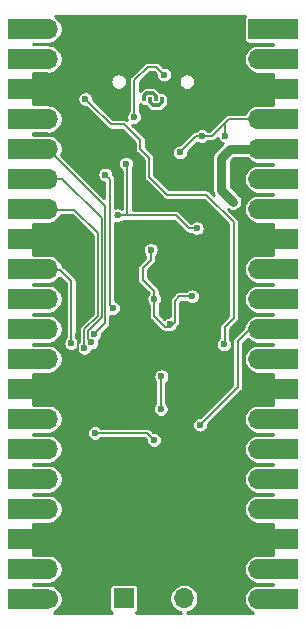
<source format=gbl>
G04 #@! TF.GenerationSoftware,KiCad,Pcbnew,(5.1.10)-1*
G04 #@! TF.CreationDate,2021-06-28T05:28:15+01:00*
G04 #@! TF.ProjectId,EnvOpenPico,456e764f-7065-46e5-9069-636f2e6b6963,REV1*
G04 #@! TF.SameCoordinates,Original*
G04 #@! TF.FileFunction,Copper,L2,Bot*
G04 #@! TF.FilePolarity,Positive*
%FSLAX46Y46*%
G04 Gerber Fmt 4.6, Leading zero omitted, Abs format (unit mm)*
G04 Created by KiCad (PCBNEW (5.1.10)-1) date 2021-06-28 05:28:15*
%MOMM*%
%LPD*%
G01*
G04 APERTURE LIST*
G04 #@! TA.AperFunction,ComponentPad*
%ADD10C,0.500000*%
G04 #@! TD*
G04 #@! TA.AperFunction,ComponentPad*
%ADD11O,1.700000X1.700000*%
G04 #@! TD*
G04 #@! TA.AperFunction,ComponentPad*
%ADD12R,1.700000X1.700000*%
G04 #@! TD*
G04 #@! TA.AperFunction,ComponentPad*
%ADD13R,3.500000X1.700000*%
G04 #@! TD*
G04 #@! TA.AperFunction,ComponentPad*
%ADD14C,1.700000*%
G04 #@! TD*
G04 #@! TA.AperFunction,ComponentPad*
%ADD15O,1.000000X2.100000*%
G04 #@! TD*
G04 #@! TA.AperFunction,ComponentPad*
%ADD16O,1.000000X1.600000*%
G04 #@! TD*
G04 #@! TA.AperFunction,ComponentPad*
%ADD17C,0.600000*%
G04 #@! TD*
G04 #@! TA.AperFunction,ViaPad*
%ADD18C,0.600000*%
G04 #@! TD*
G04 #@! TA.AperFunction,ViaPad*
%ADD19C,0.400000*%
G04 #@! TD*
G04 #@! TA.AperFunction,Conductor*
%ADD20C,0.150000*%
G04 #@! TD*
G04 #@! TA.AperFunction,Conductor*
%ADD21C,0.800000*%
G04 #@! TD*
G04 #@! TA.AperFunction,Conductor*
%ADD22C,0.300000*%
G04 #@! TD*
G04 #@! TA.AperFunction,Conductor*
%ADD23C,0.254000*%
G04 #@! TD*
G04 APERTURE END LIST*
D10*
X107300000Y-71125000D03*
X106725000Y-70175000D03*
X107875000Y-70175000D03*
X107300000Y-69225000D03*
D11*
X112550000Y-106985000D03*
X112550000Y-104445000D03*
X112550000Y-101905000D03*
X112550000Y-99365000D03*
X112550000Y-96825000D03*
X112550000Y-94285000D03*
X112550000Y-91745000D03*
X112550000Y-89205000D03*
X112550000Y-86665000D03*
X112550000Y-84125000D03*
X112550000Y-81585000D03*
X112550000Y-79045000D03*
X112550000Y-76505000D03*
X112550000Y-73965000D03*
X112550000Y-71425000D03*
X112550000Y-68885000D03*
X112550000Y-66345000D03*
X112550000Y-63805000D03*
X112550000Y-61265000D03*
D12*
X112550000Y-58725000D03*
D13*
X114250000Y-99365000D03*
X114250000Y-101905000D03*
X114250000Y-96825000D03*
X114250000Y-104445000D03*
X114250000Y-94285000D03*
X114250000Y-106985000D03*
X114250000Y-86665000D03*
X114250000Y-91745000D03*
X114250000Y-84125000D03*
X114250000Y-73965000D03*
X114250000Y-71425000D03*
X114250000Y-68885000D03*
X114250000Y-61265000D03*
X114250000Y-89205000D03*
X114250000Y-76505000D03*
X114250000Y-63805000D03*
X114250000Y-58725000D03*
X114250000Y-79045000D03*
X114250000Y-66345000D03*
X114250000Y-81585000D03*
D11*
X94750000Y-58725000D03*
X94750000Y-61265000D03*
D12*
X94750000Y-63805000D03*
D11*
X94750000Y-66345000D03*
X94750000Y-68885000D03*
X94750000Y-71425000D03*
X94750000Y-73965000D03*
D12*
X94750000Y-76505000D03*
D11*
X94750000Y-79045000D03*
X94750000Y-81585000D03*
X94750000Y-84125000D03*
X94750000Y-86665000D03*
D12*
X94750000Y-89205000D03*
D11*
X94750000Y-91745000D03*
X94750000Y-94285000D03*
X94750000Y-96825000D03*
X94750000Y-99365000D03*
D12*
X94750000Y-101905000D03*
D11*
X94750000Y-104445000D03*
D14*
X94750000Y-106985000D03*
D13*
X93050000Y-104445000D03*
X93050000Y-73965000D03*
X93050000Y-99365000D03*
X93050000Y-94285000D03*
X93050000Y-89205000D03*
X93050000Y-86665000D03*
X93050000Y-71425000D03*
X93060000Y-79045000D03*
X93050000Y-68885000D03*
X93050000Y-61255000D03*
X93050000Y-66335000D03*
X93040000Y-91745000D03*
X93050000Y-96825000D03*
X93050000Y-81585000D03*
X93050000Y-76505000D03*
X93050000Y-106985000D03*
X93050000Y-84125000D03*
X93050000Y-63805000D03*
X93050000Y-101905000D03*
X93050000Y-58725000D03*
D15*
X107920000Y-63705000D03*
X99280000Y-63705000D03*
D16*
X107920000Y-59525000D03*
X99280000Y-59525000D03*
D17*
X104965000Y-87300000D03*
X103690000Y-87300000D03*
X102415000Y-87300000D03*
X104965000Y-86025000D03*
X103690000Y-86025000D03*
X102415000Y-86025000D03*
X104965000Y-84750000D03*
X103690000Y-84750000D03*
X102415000Y-84750000D03*
D11*
X106230000Y-106925000D03*
X103690000Y-106925000D03*
D12*
X101150000Y-106925000D03*
D18*
X103430000Y-79305000D03*
X107900000Y-73625000D03*
X110200000Y-64975000D03*
X110100000Y-87175000D03*
X108500000Y-90125000D03*
X105500000Y-104625000D03*
X96450000Y-61925000D03*
X96600000Y-87325000D03*
X100375006Y-65950006D03*
X97291928Y-84725000D03*
X101850000Y-92100000D03*
X108800000Y-93175000D03*
X104850000Y-93700000D03*
X100375000Y-64620000D03*
X100200000Y-89575000D03*
X97725000Y-81875000D03*
X106250000Y-80655000D03*
X105680000Y-66535000D03*
X110390000Y-84545000D03*
X103600000Y-66105000D03*
X101575000Y-80150000D03*
X103490000Y-62915000D03*
X110575000Y-61150000D03*
X103260000Y-76155000D03*
X103700000Y-93525000D03*
X98700000Y-92925000D03*
X110400000Y-73325000D03*
X107325000Y-75600000D03*
X100625000Y-74500000D03*
X101329974Y-70115000D03*
X103425000Y-77400000D03*
X105065000Y-83725000D03*
X104340000Y-88125000D03*
X104284269Y-90880277D03*
X106925000Y-81350000D03*
X103730000Y-81555000D03*
X96700000Y-85335000D03*
X97816938Y-85719993D03*
X98410926Y-85262067D03*
X98660000Y-84525000D03*
X107600000Y-92225000D03*
X100262500Y-82362500D03*
X99593761Y-71038761D03*
D19*
X102850000Y-64650000D03*
X103860000Y-64650000D03*
X103350000Y-64650000D03*
X104360000Y-64650000D03*
D18*
X109650000Y-85425000D03*
X97900000Y-64650000D03*
X104550000Y-62575000D03*
X102040000Y-66185000D03*
X109750000Y-67775000D03*
X107750000Y-67775000D03*
X105900000Y-69175000D03*
D20*
X112590000Y-89205000D02*
X112244000Y-89205000D01*
X112244000Y-89205000D02*
X110628000Y-90821000D01*
X112590000Y-88719000D02*
X111390000Y-87519000D01*
X112590000Y-89205000D02*
X112590000Y-88719000D01*
X97291928Y-84725000D02*
X97291928Y-85863072D01*
X97291928Y-85863072D02*
X97290000Y-85865000D01*
X97290000Y-85865000D02*
X97290000Y-86655000D01*
X103100000Y-92925000D02*
X98700000Y-92925000D01*
X103700000Y-93525000D02*
X103100000Y-92925000D01*
D21*
X112550000Y-68885000D02*
X110140000Y-68885000D01*
X110140000Y-68885000D02*
X109425001Y-69599999D01*
X109425001Y-69599999D02*
X109425001Y-72350001D01*
X109425001Y-72350001D02*
X110400000Y-73325000D01*
D20*
X105569998Y-74500000D02*
X105570000Y-74500002D01*
D21*
X110400000Y-73325000D02*
X110400000Y-73325000D01*
D20*
X105569998Y-74500000D02*
X106669998Y-75600000D01*
X106669998Y-75600000D02*
X107325000Y-75600000D01*
X100425000Y-74500000D02*
X100625000Y-74500000D01*
X101445000Y-74500000D02*
X105569998Y-74500000D01*
X100625000Y-74500000D02*
X101445000Y-74500000D01*
X101445000Y-74500000D02*
X101445000Y-70230026D01*
X101445000Y-70230026D02*
X101329974Y-70115000D01*
X101445000Y-70010000D02*
X101434974Y-70010000D01*
X101434974Y-70010000D02*
X101329974Y-70115000D01*
X104290000Y-88100000D02*
X104290000Y-88100000D01*
X104840000Y-83950000D02*
X105065000Y-83725000D01*
X104665000Y-83950000D02*
X104840000Y-83950000D01*
X104665000Y-83950000D02*
X105065000Y-83950000D01*
X104340000Y-88000000D02*
X104284269Y-88055731D01*
X104284269Y-90456013D02*
X104284269Y-90880277D01*
X104284269Y-88055731D02*
X104284269Y-90456013D01*
X105475000Y-81725000D02*
X105850000Y-81350000D01*
X105475000Y-83550000D02*
X105475000Y-81725000D01*
X105850000Y-81350000D02*
X106925000Y-81350000D01*
X105300000Y-83725000D02*
X105475000Y-83550000D01*
X105065000Y-83725000D02*
X105300000Y-83725000D01*
X106925000Y-81350000D02*
X106930000Y-81355000D01*
X103730000Y-83015000D02*
X103730000Y-81555000D01*
X104665000Y-83950000D02*
X103730000Y-83015000D01*
X103730000Y-80915000D02*
X103730000Y-81555000D01*
X102750000Y-79935000D02*
X103730000Y-80915000D01*
X102750000Y-78965000D02*
X102750000Y-79935000D01*
X103425000Y-78290000D02*
X102750000Y-78965000D01*
X103425000Y-77400000D02*
X103425000Y-78290000D01*
X95710000Y-79085000D02*
X96700000Y-80075000D01*
X96700000Y-80075000D02*
X96700000Y-85335000D01*
X94690000Y-79085000D02*
X95710000Y-79085000D01*
X96945000Y-74005000D02*
X94690000Y-74005000D01*
X98960000Y-76020000D02*
X96945000Y-74005000D01*
X98960000Y-83013719D02*
X98960000Y-76020000D01*
X97816938Y-84156781D02*
X98960000Y-83013719D01*
X97816938Y-85719993D02*
X97816938Y-84156781D01*
X95952081Y-71425000D02*
X94750000Y-71425000D01*
X99269978Y-74742897D02*
X95952081Y-71425000D01*
X98134999Y-84262999D02*
X99269978Y-83128020D01*
X98134999Y-84986140D02*
X98134999Y-84262999D01*
X98410926Y-85262067D02*
X98134999Y-84986140D01*
X99269978Y-83128020D02*
X99269978Y-74742897D01*
X99569989Y-83615011D02*
X98660000Y-84525000D01*
X94750000Y-68885000D02*
X99569989Y-73704989D01*
X99569989Y-73704989D02*
X99569989Y-83615011D01*
X111800000Y-84125000D02*
X112590000Y-84125000D01*
X110800000Y-85125000D02*
X111800000Y-84125000D01*
X110800000Y-89025000D02*
X110800000Y-85125000D01*
X107600000Y-92225000D02*
X110800000Y-89025000D01*
X99730000Y-71140000D02*
X99730000Y-71140000D01*
X99962501Y-82062501D02*
X99962501Y-71407501D01*
X100262500Y-82362500D02*
X99962501Y-82062501D01*
X99962501Y-71407501D02*
X99593761Y-71038761D01*
D22*
X103860000Y-64410000D02*
X103860000Y-64650000D01*
X103599999Y-64149999D02*
X103860000Y-64410000D01*
X103067159Y-64149999D02*
X103599999Y-64149999D01*
X102850000Y-64367158D02*
X103067159Y-64149999D01*
X102850000Y-64650000D02*
X102850000Y-64367158D01*
X103350000Y-64880002D02*
X103350000Y-64650000D01*
X103619999Y-65150001D02*
X103350000Y-64880002D01*
X104142841Y-65150001D02*
X103619999Y-65150001D01*
X104360000Y-64932842D02*
X104142841Y-65150001D01*
X104360000Y-64650000D02*
X104360000Y-64932842D01*
D20*
X102547986Y-68149990D02*
X101200000Y-66802004D01*
X101200000Y-66802004D02*
X100052004Y-66802004D01*
X102547986Y-68897986D02*
X102547986Y-68149990D01*
X103300000Y-69650000D02*
X102547986Y-68897986D01*
X100052004Y-66802004D02*
X98199999Y-64949999D01*
X103300000Y-71250000D02*
X103300000Y-69650000D01*
X104800000Y-72750000D02*
X103300000Y-71250000D01*
X108125000Y-72750000D02*
X104800000Y-72750000D01*
X110450000Y-83165000D02*
X110450000Y-75075000D01*
X110450000Y-75075000D02*
X108125000Y-72750000D01*
X109700000Y-83915000D02*
X110450000Y-83165000D01*
X98199999Y-64949999D02*
X97900000Y-64650000D01*
X109700000Y-85425000D02*
X109700000Y-83915000D01*
X104550000Y-62575000D02*
X103900000Y-61925000D01*
X103900000Y-61925000D02*
X103175000Y-61925000D01*
X102040000Y-63060000D02*
X102040000Y-66185000D01*
X103175000Y-61925000D02*
X102040000Y-63060000D01*
X108589946Y-67775000D02*
X107300000Y-67775000D01*
X107300000Y-67775000D02*
X105900000Y-69175000D01*
X112550000Y-66345000D02*
X110019946Y-66345000D01*
X109750000Y-66614946D02*
X109807473Y-66557473D01*
X109750000Y-67775000D02*
X109750000Y-66614946D01*
X109807473Y-66557473D02*
X108589946Y-67775000D01*
X110019946Y-66345000D02*
X109807473Y-66557473D01*
D23*
X111385019Y-57664537D02*
X111350012Y-57730030D01*
X111328455Y-57801095D01*
X111321176Y-57875000D01*
X111321176Y-59575000D01*
X111328455Y-59648905D01*
X111350012Y-59719970D01*
X111385019Y-59785463D01*
X111432131Y-59842869D01*
X111489537Y-59889981D01*
X111555030Y-59924988D01*
X111626095Y-59946545D01*
X111700000Y-59953824D01*
X113788001Y-59953824D01*
X113788001Y-60036176D01*
X112500000Y-60036176D01*
X112481481Y-60038000D01*
X112429151Y-60038000D01*
X112192097Y-60085153D01*
X111968798Y-60177647D01*
X111767833Y-60311927D01*
X111596927Y-60482833D01*
X111462647Y-60683798D01*
X111370153Y-60907097D01*
X111323000Y-61144151D01*
X111323000Y-61385849D01*
X111370153Y-61622903D01*
X111462647Y-61846202D01*
X111596927Y-62047167D01*
X111767833Y-62218073D01*
X111968798Y-62352353D01*
X112192097Y-62444847D01*
X112429151Y-62492000D01*
X112481481Y-62492000D01*
X112500000Y-62493824D01*
X113788001Y-62493824D01*
X113788001Y-65116176D01*
X112500000Y-65116176D01*
X112481481Y-65118000D01*
X112429151Y-65118000D01*
X112192097Y-65165153D01*
X111968798Y-65257647D01*
X111767833Y-65391927D01*
X111596927Y-65562833D01*
X111462647Y-65763798D01*
X111409129Y-65893000D01*
X110042150Y-65893000D01*
X110019945Y-65890813D01*
X109931338Y-65899540D01*
X109911508Y-65905556D01*
X109846136Y-65925386D01*
X109767613Y-65967357D01*
X109698787Y-66023841D01*
X109684627Y-66041096D01*
X109503571Y-66222151D01*
X109503561Y-66222160D01*
X109446085Y-66279636D01*
X109428842Y-66293787D01*
X109414691Y-66311031D01*
X108402723Y-67323000D01*
X108255423Y-67323000D01*
X108181563Y-67249140D01*
X108070680Y-67175050D01*
X107947474Y-67124016D01*
X107816679Y-67098000D01*
X107683321Y-67098000D01*
X107552526Y-67124016D01*
X107429320Y-67175050D01*
X107318437Y-67249140D01*
X107240948Y-67326629D01*
X107211392Y-67329540D01*
X107126190Y-67355386D01*
X107047667Y-67397357D01*
X106978841Y-67453841D01*
X106964681Y-67471095D01*
X105937777Y-68498000D01*
X105833321Y-68498000D01*
X105702526Y-68524016D01*
X105579320Y-68575050D01*
X105468437Y-68649140D01*
X105374140Y-68743437D01*
X105300050Y-68854320D01*
X105249016Y-68977526D01*
X105223000Y-69108321D01*
X105223000Y-69241679D01*
X105249016Y-69372474D01*
X105300050Y-69495680D01*
X105374140Y-69606563D01*
X105468437Y-69700860D01*
X105579320Y-69774950D01*
X105702526Y-69825984D01*
X105833321Y-69852000D01*
X105966679Y-69852000D01*
X106097474Y-69825984D01*
X106220680Y-69774950D01*
X106331563Y-69700860D01*
X106425860Y-69606563D01*
X106499950Y-69495680D01*
X106550984Y-69372474D01*
X106577000Y-69241679D01*
X106577000Y-69137223D01*
X107375341Y-68338882D01*
X107429320Y-68374950D01*
X107552526Y-68425984D01*
X107683321Y-68452000D01*
X107816679Y-68452000D01*
X107947474Y-68425984D01*
X108070680Y-68374950D01*
X108181563Y-68300860D01*
X108255423Y-68227000D01*
X108567741Y-68227000D01*
X108589946Y-68229187D01*
X108612151Y-68227000D01*
X108678553Y-68220460D01*
X108763756Y-68194614D01*
X108842279Y-68152643D01*
X108911105Y-68096159D01*
X108925269Y-68078900D01*
X109087847Y-67916322D01*
X109099016Y-67972474D01*
X109150050Y-68095680D01*
X109224140Y-68206563D01*
X109318437Y-68300860D01*
X109429320Y-68374950D01*
X109515506Y-68410650D01*
X108902570Y-69023587D01*
X108872921Y-69047919D01*
X108848592Y-69077565D01*
X108775824Y-69166233D01*
X108717351Y-69275629D01*
X108703674Y-69301216D01*
X108659244Y-69447681D01*
X108648001Y-69561833D01*
X108644242Y-69599999D01*
X108648001Y-69638163D01*
X108648002Y-72311828D01*
X108644242Y-72350001D01*
X108657585Y-72485463D01*
X108659245Y-72502320D01*
X108672722Y-72546749D01*
X108703674Y-72648784D01*
X108750371Y-72736148D01*
X108460323Y-72446100D01*
X108446159Y-72428841D01*
X108377333Y-72372357D01*
X108298810Y-72330386D01*
X108213607Y-72304540D01*
X108147205Y-72298000D01*
X108125000Y-72295813D01*
X108102795Y-72298000D01*
X104987225Y-72298000D01*
X103752000Y-71062777D01*
X103752000Y-69672204D01*
X103754187Y-69649999D01*
X103745460Y-69561392D01*
X103725526Y-69495680D01*
X103719614Y-69476190D01*
X103677643Y-69397667D01*
X103621159Y-69328841D01*
X103603910Y-69314685D01*
X102999986Y-68710763D01*
X102999986Y-68172194D01*
X103002173Y-68149989D01*
X102993446Y-68061382D01*
X102967600Y-67976180D01*
X102959537Y-67961095D01*
X102925629Y-67897657D01*
X102869145Y-67828831D01*
X102851896Y-67814675D01*
X101880821Y-66843601D01*
X101973321Y-66862000D01*
X102106679Y-66862000D01*
X102237474Y-66835984D01*
X102360680Y-66784950D01*
X102471563Y-66710860D01*
X102565860Y-66616563D01*
X102639950Y-66505680D01*
X102690984Y-66382474D01*
X102717000Y-66251679D01*
X102717000Y-66118321D01*
X102690984Y-65987526D01*
X102639950Y-65864320D01*
X102565860Y-65753437D01*
X102492000Y-65679577D01*
X102492000Y-65104744D01*
X102576688Y-65161331D01*
X102681695Y-65204826D01*
X102793170Y-65227000D01*
X102906830Y-65227000D01*
X102946542Y-65219101D01*
X102975552Y-65254450D01*
X102995666Y-65270957D01*
X103229044Y-65504335D01*
X103245551Y-65524449D01*
X103325797Y-65590305D01*
X103417349Y-65639240D01*
X103516689Y-65669375D01*
X103594118Y-65677001D01*
X103594120Y-65677001D01*
X103619998Y-65679550D01*
X103645876Y-65677001D01*
X104116960Y-65677001D01*
X104142841Y-65679550D01*
X104168722Y-65677001D01*
X104246151Y-65669375D01*
X104345491Y-65639240D01*
X104437043Y-65590305D01*
X104517289Y-65524449D01*
X104533796Y-65504335D01*
X104714334Y-65323797D01*
X104734448Y-65307290D01*
X104800304Y-65227044D01*
X104836597Y-65159143D01*
X104849239Y-65135492D01*
X104879374Y-65036152D01*
X104889549Y-64932843D01*
X104887000Y-64906962D01*
X104887000Y-64885483D01*
X104914826Y-64818305D01*
X104937000Y-64706830D01*
X104937000Y-64593170D01*
X104914826Y-64481695D01*
X104871331Y-64376688D01*
X104808185Y-64282184D01*
X104727816Y-64201815D01*
X104633312Y-64138669D01*
X104528305Y-64095174D01*
X104416830Y-64073000D01*
X104303170Y-64073000D01*
X104270512Y-64079496D01*
X104234448Y-64035552D01*
X104214334Y-64019045D01*
X103990954Y-63795665D01*
X103974447Y-63775551D01*
X103894201Y-63709695D01*
X103802649Y-63660760D01*
X103703309Y-63630625D01*
X103625880Y-63622999D01*
X103599999Y-63620450D01*
X103574118Y-63622999D01*
X103093039Y-63622999D01*
X103067158Y-63620450D01*
X102963849Y-63630625D01*
X102864509Y-63660760D01*
X102772957Y-63709695D01*
X102692711Y-63775551D01*
X102676204Y-63795665D01*
X102495662Y-63976207D01*
X102492000Y-63979212D01*
X102492000Y-63247223D01*
X103362225Y-62377000D01*
X103712777Y-62377000D01*
X103873000Y-62537223D01*
X103873000Y-62641679D01*
X103899016Y-62772474D01*
X103950050Y-62895680D01*
X104024140Y-63006563D01*
X104118437Y-63100860D01*
X104229320Y-63174950D01*
X104352526Y-63225984D01*
X104483321Y-63252000D01*
X104616679Y-63252000D01*
X104747474Y-63225984D01*
X104870680Y-63174950D01*
X104974081Y-63105859D01*
X105788000Y-63105859D01*
X105788000Y-63244141D01*
X105814977Y-63379766D01*
X105867895Y-63507522D01*
X105944721Y-63622499D01*
X106042501Y-63720279D01*
X106157478Y-63797105D01*
X106285234Y-63850023D01*
X106420859Y-63877000D01*
X106559141Y-63877000D01*
X106694766Y-63850023D01*
X106822522Y-63797105D01*
X106937499Y-63720279D01*
X107035279Y-63622499D01*
X107112105Y-63507522D01*
X107165023Y-63379766D01*
X107192000Y-63244141D01*
X107192000Y-63105859D01*
X107165023Y-62970234D01*
X107112105Y-62842478D01*
X107035279Y-62727501D01*
X106937499Y-62629721D01*
X106822522Y-62552895D01*
X106694766Y-62499977D01*
X106559141Y-62473000D01*
X106420859Y-62473000D01*
X106285234Y-62499977D01*
X106157478Y-62552895D01*
X106042501Y-62629721D01*
X105944721Y-62727501D01*
X105867895Y-62842478D01*
X105814977Y-62970234D01*
X105788000Y-63105859D01*
X104974081Y-63105859D01*
X104981563Y-63100860D01*
X105075860Y-63006563D01*
X105149950Y-62895680D01*
X105200984Y-62772474D01*
X105227000Y-62641679D01*
X105227000Y-62508321D01*
X105200984Y-62377526D01*
X105149950Y-62254320D01*
X105075860Y-62143437D01*
X104981563Y-62049140D01*
X104870680Y-61975050D01*
X104747474Y-61924016D01*
X104616679Y-61898000D01*
X104512223Y-61898000D01*
X104235323Y-61621100D01*
X104221159Y-61603841D01*
X104152333Y-61547357D01*
X104073810Y-61505386D01*
X103988607Y-61479540D01*
X103922205Y-61473000D01*
X103900000Y-61470813D01*
X103877795Y-61473000D01*
X103197204Y-61473000D01*
X103174999Y-61470813D01*
X103086392Y-61479540D01*
X103066562Y-61485556D01*
X103001190Y-61505386D01*
X102922667Y-61547357D01*
X102853841Y-61603841D01*
X102839685Y-61621090D01*
X101736100Y-62724677D01*
X101718841Y-62738841D01*
X101662358Y-62807667D01*
X101620386Y-62886191D01*
X101594540Y-62971393D01*
X101585813Y-63060000D01*
X101588000Y-63082205D01*
X101588001Y-65679576D01*
X101514140Y-65753437D01*
X101440050Y-65864320D01*
X101389016Y-65987526D01*
X101363000Y-66118321D01*
X101363000Y-66251679D01*
X101389016Y-66382474D01*
X101393295Y-66392805D01*
X101373810Y-66382390D01*
X101288607Y-66356544D01*
X101222205Y-66350004D01*
X101200000Y-66347817D01*
X101177795Y-66350004D01*
X100239228Y-66350004D01*
X98577000Y-64687777D01*
X98577000Y-64583321D01*
X98550984Y-64452526D01*
X98499950Y-64329320D01*
X98425860Y-64218437D01*
X98331563Y-64124140D01*
X98220680Y-64050050D01*
X98097474Y-63999016D01*
X97966679Y-63973000D01*
X97833321Y-63973000D01*
X97702526Y-63999016D01*
X97579320Y-64050050D01*
X97468437Y-64124140D01*
X97374140Y-64218437D01*
X97300050Y-64329320D01*
X97249016Y-64452526D01*
X97223000Y-64583321D01*
X97223000Y-64716679D01*
X97249016Y-64847474D01*
X97300050Y-64970680D01*
X97374140Y-65081563D01*
X97468437Y-65175860D01*
X97579320Y-65249950D01*
X97702526Y-65300984D01*
X97833321Y-65327000D01*
X97937777Y-65327000D01*
X99716685Y-67105909D01*
X99730845Y-67123163D01*
X99799671Y-67179647D01*
X99878194Y-67221618D01*
X99963396Y-67247464D01*
X100052004Y-67256191D01*
X100074209Y-67254004D01*
X101012777Y-67254004D01*
X102095987Y-68337216D01*
X102095986Y-68875780D01*
X102093799Y-68897986D01*
X102102526Y-68986593D01*
X102117914Y-69037319D01*
X102128372Y-69071795D01*
X102170343Y-69150318D01*
X102226827Y-69219145D01*
X102244086Y-69233309D01*
X102848001Y-69837225D01*
X102848000Y-71227795D01*
X102845813Y-71250000D01*
X102854322Y-71336393D01*
X102854540Y-71338606D01*
X102880386Y-71423809D01*
X102922357Y-71502332D01*
X102978841Y-71571159D01*
X102996100Y-71585323D01*
X104464685Y-73053910D01*
X104478841Y-73071159D01*
X104547667Y-73127643D01*
X104626190Y-73169614D01*
X104691562Y-73189444D01*
X104711392Y-73195460D01*
X104799999Y-73204187D01*
X104822204Y-73202000D01*
X107937777Y-73202000D01*
X109998001Y-75262225D01*
X109998000Y-82977775D01*
X109396095Y-83579681D01*
X109378842Y-83593841D01*
X109325925Y-83658321D01*
X109322358Y-83662667D01*
X109280386Y-83741191D01*
X109254540Y-83826393D01*
X109245813Y-83915000D01*
X109248001Y-83937215D01*
X109248000Y-84879386D01*
X109218437Y-84899140D01*
X109124140Y-84993437D01*
X109050050Y-85104320D01*
X108999016Y-85227526D01*
X108973000Y-85358321D01*
X108973000Y-85491679D01*
X108999016Y-85622474D01*
X109050050Y-85745680D01*
X109124140Y-85856563D01*
X109218437Y-85950860D01*
X109329320Y-86024950D01*
X109452526Y-86075984D01*
X109583321Y-86102000D01*
X109716679Y-86102000D01*
X109847474Y-86075984D01*
X109970680Y-86024950D01*
X110081563Y-85950860D01*
X110175860Y-85856563D01*
X110249950Y-85745680D01*
X110300984Y-85622474D01*
X110327000Y-85491679D01*
X110327000Y-85358321D01*
X110300984Y-85227526D01*
X110249950Y-85104320D01*
X110175860Y-84993437D01*
X110152000Y-84969577D01*
X110152000Y-84102223D01*
X110753911Y-83500314D01*
X110771159Y-83486159D01*
X110827643Y-83417333D01*
X110869614Y-83338810D01*
X110883378Y-83293437D01*
X110895460Y-83253608D01*
X110904187Y-83165001D01*
X110902000Y-83142796D01*
X110902000Y-75097205D01*
X110904187Y-75075000D01*
X110895460Y-74986392D01*
X110869614Y-74901190D01*
X110827643Y-74822667D01*
X110771159Y-74753841D01*
X110753905Y-74739681D01*
X110013855Y-73999631D01*
X110023899Y-74005000D01*
X110101216Y-74046327D01*
X110247681Y-74090757D01*
X110361834Y-74102000D01*
X110361836Y-74102000D01*
X110400000Y-74105759D01*
X110438163Y-74102000D01*
X110438166Y-74102000D01*
X110552319Y-74090757D01*
X110698784Y-74046327D01*
X110833766Y-73974177D01*
X110952080Y-73877080D01*
X111049177Y-73758766D01*
X111121327Y-73623784D01*
X111165757Y-73477319D01*
X111180759Y-73325000D01*
X111165757Y-73172681D01*
X111121327Y-73026216D01*
X111085252Y-72958725D01*
X111049177Y-72891233D01*
X110976409Y-72802565D01*
X110976408Y-72802564D01*
X110952080Y-72772920D01*
X110922436Y-72748592D01*
X110202001Y-72028158D01*
X110202001Y-69921842D01*
X110461844Y-69662000D01*
X111593475Y-69662000D01*
X111596927Y-69667167D01*
X111767833Y-69838073D01*
X111968798Y-69972353D01*
X112192097Y-70064847D01*
X112429151Y-70112000D01*
X112481481Y-70112000D01*
X112500000Y-70113824D01*
X113788001Y-70113824D01*
X113788001Y-70196176D01*
X112500000Y-70196176D01*
X112481481Y-70198000D01*
X112429151Y-70198000D01*
X112192097Y-70245153D01*
X111968798Y-70337647D01*
X111767833Y-70471927D01*
X111596927Y-70642833D01*
X111462647Y-70843798D01*
X111370153Y-71067097D01*
X111323000Y-71304151D01*
X111323000Y-71545849D01*
X111370153Y-71782903D01*
X111462647Y-72006202D01*
X111596927Y-72207167D01*
X111767833Y-72378073D01*
X111968798Y-72512353D01*
X112192097Y-72604847D01*
X112429151Y-72652000D01*
X112481481Y-72652000D01*
X112500000Y-72653824D01*
X113788001Y-72653824D01*
X113788001Y-72736176D01*
X112500000Y-72736176D01*
X112481481Y-72738000D01*
X112429151Y-72738000D01*
X112192097Y-72785153D01*
X111968798Y-72877647D01*
X111767833Y-73011927D01*
X111596927Y-73182833D01*
X111462647Y-73383798D01*
X111370153Y-73607097D01*
X111323000Y-73844151D01*
X111323000Y-74085849D01*
X111370153Y-74322903D01*
X111462647Y-74546202D01*
X111596927Y-74747167D01*
X111767833Y-74918073D01*
X111968798Y-75052353D01*
X112192097Y-75144847D01*
X112429151Y-75192000D01*
X112481481Y-75192000D01*
X112500000Y-75193824D01*
X113788001Y-75193824D01*
X113788001Y-77816176D01*
X112500000Y-77816176D01*
X112481481Y-77818000D01*
X112429151Y-77818000D01*
X112192097Y-77865153D01*
X111968798Y-77957647D01*
X111767833Y-78091927D01*
X111596927Y-78262833D01*
X111462647Y-78463798D01*
X111370153Y-78687097D01*
X111323000Y-78924151D01*
X111323000Y-79165849D01*
X111370153Y-79402903D01*
X111462647Y-79626202D01*
X111596927Y-79827167D01*
X111767833Y-79998073D01*
X111968798Y-80132353D01*
X112192097Y-80224847D01*
X112429151Y-80272000D01*
X112481481Y-80272000D01*
X112500000Y-80273824D01*
X113788001Y-80273824D01*
X113788001Y-80356176D01*
X112500000Y-80356176D01*
X112481481Y-80358000D01*
X112429151Y-80358000D01*
X112192097Y-80405153D01*
X111968798Y-80497647D01*
X111767833Y-80631927D01*
X111596927Y-80802833D01*
X111462647Y-81003798D01*
X111370153Y-81227097D01*
X111323000Y-81464151D01*
X111323000Y-81705849D01*
X111370153Y-81942903D01*
X111462647Y-82166202D01*
X111596927Y-82367167D01*
X111767833Y-82538073D01*
X111968798Y-82672353D01*
X112192097Y-82764847D01*
X112429151Y-82812000D01*
X112481481Y-82812000D01*
X112500000Y-82813824D01*
X113788001Y-82813824D01*
X113788000Y-82896176D01*
X112500000Y-82896176D01*
X112481481Y-82898000D01*
X112429151Y-82898000D01*
X112192097Y-82945153D01*
X111968798Y-83037647D01*
X111767833Y-83171927D01*
X111596927Y-83342833D01*
X111462647Y-83543798D01*
X111370153Y-83767097D01*
X111333274Y-83952503D01*
X110496096Y-84789681D01*
X110478842Y-84803841D01*
X110432497Y-84860313D01*
X110422358Y-84872667D01*
X110380386Y-84951191D01*
X110354540Y-85036393D01*
X110345813Y-85125000D01*
X110348001Y-85147215D01*
X110348000Y-88837775D01*
X107637777Y-91548000D01*
X107533321Y-91548000D01*
X107402526Y-91574016D01*
X107279320Y-91625050D01*
X107168437Y-91699140D01*
X107074140Y-91793437D01*
X107000050Y-91904320D01*
X106949016Y-92027526D01*
X106923000Y-92158321D01*
X106923000Y-92291679D01*
X106949016Y-92422474D01*
X107000050Y-92545680D01*
X107074140Y-92656563D01*
X107168437Y-92750860D01*
X107279320Y-92824950D01*
X107402526Y-92875984D01*
X107533321Y-92902000D01*
X107666679Y-92902000D01*
X107797474Y-92875984D01*
X107920680Y-92824950D01*
X108031563Y-92750860D01*
X108125860Y-92656563D01*
X108199950Y-92545680D01*
X108250984Y-92422474D01*
X108277000Y-92291679D01*
X108277000Y-92187223D01*
X111103912Y-89360313D01*
X111121159Y-89346159D01*
X111177643Y-89277333D01*
X111219614Y-89198810D01*
X111245460Y-89113607D01*
X111252000Y-89047205D01*
X111252000Y-89047204D01*
X111254187Y-89025001D01*
X111252000Y-89002796D01*
X111252000Y-85312223D01*
X111626992Y-84937232D01*
X111767833Y-85078073D01*
X111968798Y-85212353D01*
X112192097Y-85304847D01*
X112429151Y-85352000D01*
X112481481Y-85352000D01*
X112500000Y-85353824D01*
X113788000Y-85353824D01*
X113788000Y-85436176D01*
X112500000Y-85436176D01*
X112481481Y-85438000D01*
X112429151Y-85438000D01*
X112192097Y-85485153D01*
X111968798Y-85577647D01*
X111767833Y-85711927D01*
X111596927Y-85882833D01*
X111462647Y-86083798D01*
X111370153Y-86307097D01*
X111323000Y-86544151D01*
X111323000Y-86785849D01*
X111370153Y-87022903D01*
X111462647Y-87246202D01*
X111596927Y-87447167D01*
X111767833Y-87618073D01*
X111968798Y-87752353D01*
X112192097Y-87844847D01*
X112429151Y-87892000D01*
X112481481Y-87892000D01*
X112500000Y-87893824D01*
X113788000Y-87893824D01*
X113788000Y-90516176D01*
X112500000Y-90516176D01*
X112481481Y-90518000D01*
X112429151Y-90518000D01*
X112192097Y-90565153D01*
X111968798Y-90657647D01*
X111767833Y-90791927D01*
X111596927Y-90962833D01*
X111462647Y-91163798D01*
X111370153Y-91387097D01*
X111323000Y-91624151D01*
X111323000Y-91865849D01*
X111370153Y-92102903D01*
X111462647Y-92326202D01*
X111596927Y-92527167D01*
X111767833Y-92698073D01*
X111968798Y-92832353D01*
X112192097Y-92924847D01*
X112429151Y-92972000D01*
X112481481Y-92972000D01*
X112500000Y-92973824D01*
X113788000Y-92973824D01*
X113788000Y-93056176D01*
X112500000Y-93056176D01*
X112481481Y-93058000D01*
X112429151Y-93058000D01*
X112192097Y-93105153D01*
X111968798Y-93197647D01*
X111767833Y-93331927D01*
X111596927Y-93502833D01*
X111462647Y-93703798D01*
X111370153Y-93927097D01*
X111323000Y-94164151D01*
X111323000Y-94405849D01*
X111370153Y-94642903D01*
X111462647Y-94866202D01*
X111596927Y-95067167D01*
X111767833Y-95238073D01*
X111968798Y-95372353D01*
X112192097Y-95464847D01*
X112429151Y-95512000D01*
X112481481Y-95512000D01*
X112500000Y-95513824D01*
X113788000Y-95513824D01*
X113788000Y-95596176D01*
X112500000Y-95596176D01*
X112481481Y-95598000D01*
X112429151Y-95598000D01*
X112192097Y-95645153D01*
X111968798Y-95737647D01*
X111767833Y-95871927D01*
X111596927Y-96042833D01*
X111462647Y-96243798D01*
X111370153Y-96467097D01*
X111323000Y-96704151D01*
X111323000Y-96945849D01*
X111370153Y-97182903D01*
X111462647Y-97406202D01*
X111596927Y-97607167D01*
X111767833Y-97778073D01*
X111968798Y-97912353D01*
X112192097Y-98004847D01*
X112429151Y-98052000D01*
X112481481Y-98052000D01*
X112500000Y-98053824D01*
X113788000Y-98053824D01*
X113788000Y-98136176D01*
X112500000Y-98136176D01*
X112481481Y-98138000D01*
X112429151Y-98138000D01*
X112192097Y-98185153D01*
X111968798Y-98277647D01*
X111767833Y-98411927D01*
X111596927Y-98582833D01*
X111462647Y-98783798D01*
X111370153Y-99007097D01*
X111323000Y-99244151D01*
X111323000Y-99485849D01*
X111370153Y-99722903D01*
X111462647Y-99946202D01*
X111596927Y-100147167D01*
X111767833Y-100318073D01*
X111968798Y-100452353D01*
X112192097Y-100544847D01*
X112429151Y-100592000D01*
X112481481Y-100592000D01*
X112500000Y-100593824D01*
X113788000Y-100593824D01*
X113788000Y-103216176D01*
X112500000Y-103216176D01*
X112481481Y-103218000D01*
X112429151Y-103218000D01*
X112192097Y-103265153D01*
X111968798Y-103357647D01*
X111767833Y-103491927D01*
X111596927Y-103662833D01*
X111462647Y-103863798D01*
X111370153Y-104087097D01*
X111323000Y-104324151D01*
X111323000Y-104565849D01*
X111370153Y-104802903D01*
X111462647Y-105026202D01*
X111596927Y-105227167D01*
X111767833Y-105398073D01*
X111968798Y-105532353D01*
X112192097Y-105624847D01*
X112429151Y-105672000D01*
X112481481Y-105672000D01*
X112500000Y-105673824D01*
X113788000Y-105673824D01*
X113788000Y-105756176D01*
X112500000Y-105756176D01*
X112481481Y-105758000D01*
X112429151Y-105758000D01*
X112192097Y-105805153D01*
X111968798Y-105897647D01*
X111767833Y-106031927D01*
X111596927Y-106202833D01*
X111462647Y-106403798D01*
X111370153Y-106627097D01*
X111323000Y-106864151D01*
X111323000Y-107105849D01*
X111370153Y-107342903D01*
X111462647Y-107566202D01*
X111596927Y-107767167D01*
X111767833Y-107938073D01*
X111968798Y-108072353D01*
X112091070Y-108123000D01*
X106496642Y-108123000D01*
X106587903Y-108104847D01*
X106811202Y-108012353D01*
X107012167Y-107878073D01*
X107183073Y-107707167D01*
X107317353Y-107506202D01*
X107409847Y-107282903D01*
X107457000Y-107045849D01*
X107457000Y-106804151D01*
X107409847Y-106567097D01*
X107317353Y-106343798D01*
X107183073Y-106142833D01*
X107012167Y-105971927D01*
X106811202Y-105837647D01*
X106587903Y-105745153D01*
X106350849Y-105698000D01*
X106109151Y-105698000D01*
X105872097Y-105745153D01*
X105648798Y-105837647D01*
X105447833Y-105971927D01*
X105276927Y-106142833D01*
X105142647Y-106343798D01*
X105050153Y-106567097D01*
X105003000Y-106804151D01*
X105003000Y-107045849D01*
X105050153Y-107282903D01*
X105142647Y-107506202D01*
X105276927Y-107707167D01*
X105447833Y-107878073D01*
X105648798Y-108012353D01*
X105872097Y-108104847D01*
X105963358Y-108123000D01*
X102148689Y-108123000D01*
X102210463Y-108089981D01*
X102267869Y-108042869D01*
X102314981Y-107985463D01*
X102349988Y-107919970D01*
X102371545Y-107848905D01*
X102378824Y-107775000D01*
X102378824Y-106075000D01*
X102371545Y-106001095D01*
X102349988Y-105930030D01*
X102314981Y-105864537D01*
X102267869Y-105807131D01*
X102210463Y-105760019D01*
X102144970Y-105725012D01*
X102073905Y-105703455D01*
X102000000Y-105696176D01*
X100300000Y-105696176D01*
X100226095Y-105703455D01*
X100155030Y-105725012D01*
X100089537Y-105760019D01*
X100032131Y-105807131D01*
X99985019Y-105864537D01*
X99950012Y-105930030D01*
X99928455Y-106001095D01*
X99921176Y-106075000D01*
X99921176Y-107775000D01*
X99928455Y-107848905D01*
X99950012Y-107919970D01*
X99985019Y-107985463D01*
X100032131Y-108042869D01*
X100089537Y-108089981D01*
X100151311Y-108123000D01*
X95208930Y-108123000D01*
X95331202Y-108072353D01*
X95532167Y-107938073D01*
X95703073Y-107767167D01*
X95837353Y-107566202D01*
X95929847Y-107342903D01*
X95977000Y-107105849D01*
X95977000Y-106864151D01*
X95929847Y-106627097D01*
X95837353Y-106403798D01*
X95703073Y-106202833D01*
X95532167Y-106031927D01*
X95331202Y-105897647D01*
X95107903Y-105805153D01*
X94870849Y-105758000D01*
X94818519Y-105758000D01*
X94800000Y-105756176D01*
X93502000Y-105756176D01*
X93502000Y-105673824D01*
X94800000Y-105673824D01*
X94818519Y-105672000D01*
X94870849Y-105672000D01*
X95107903Y-105624847D01*
X95331202Y-105532353D01*
X95532167Y-105398073D01*
X95703073Y-105227167D01*
X95837353Y-105026202D01*
X95929847Y-104802903D01*
X95977000Y-104565849D01*
X95977000Y-104324151D01*
X95929847Y-104087097D01*
X95837353Y-103863798D01*
X95703073Y-103662833D01*
X95532167Y-103491927D01*
X95331202Y-103357647D01*
X95107903Y-103265153D01*
X94870849Y-103218000D01*
X94818519Y-103218000D01*
X94800000Y-103216176D01*
X93502000Y-103216176D01*
X93502000Y-100593824D01*
X94800000Y-100593824D01*
X94818519Y-100592000D01*
X94870849Y-100592000D01*
X95107903Y-100544847D01*
X95331202Y-100452353D01*
X95532167Y-100318073D01*
X95703073Y-100147167D01*
X95837353Y-99946202D01*
X95929847Y-99722903D01*
X95977000Y-99485849D01*
X95977000Y-99244151D01*
X95929847Y-99007097D01*
X95837353Y-98783798D01*
X95703073Y-98582833D01*
X95532167Y-98411927D01*
X95331202Y-98277647D01*
X95107903Y-98185153D01*
X94870849Y-98138000D01*
X94818519Y-98138000D01*
X94800000Y-98136176D01*
X93502000Y-98136176D01*
X93502000Y-98053824D01*
X94800000Y-98053824D01*
X94818519Y-98052000D01*
X94870849Y-98052000D01*
X95107903Y-98004847D01*
X95331202Y-97912353D01*
X95532167Y-97778073D01*
X95703073Y-97607167D01*
X95837353Y-97406202D01*
X95929847Y-97182903D01*
X95977000Y-96945849D01*
X95977000Y-96704151D01*
X95929847Y-96467097D01*
X95837353Y-96243798D01*
X95703073Y-96042833D01*
X95532167Y-95871927D01*
X95331202Y-95737647D01*
X95107903Y-95645153D01*
X94870849Y-95598000D01*
X94818519Y-95598000D01*
X94800000Y-95596176D01*
X93502000Y-95596176D01*
X93502000Y-95513824D01*
X94800000Y-95513824D01*
X94818519Y-95512000D01*
X94870849Y-95512000D01*
X95107903Y-95464847D01*
X95331202Y-95372353D01*
X95532167Y-95238073D01*
X95703073Y-95067167D01*
X95837353Y-94866202D01*
X95929847Y-94642903D01*
X95977000Y-94405849D01*
X95977000Y-94164151D01*
X95929847Y-93927097D01*
X95837353Y-93703798D01*
X95703073Y-93502833D01*
X95532167Y-93331927D01*
X95331202Y-93197647D01*
X95107903Y-93105153D01*
X94870849Y-93058000D01*
X94818519Y-93058000D01*
X94800000Y-93056176D01*
X93502000Y-93056176D01*
X93502000Y-92973824D01*
X94790000Y-92973824D01*
X94808519Y-92972000D01*
X94870849Y-92972000D01*
X95107903Y-92924847D01*
X95268510Y-92858321D01*
X98023000Y-92858321D01*
X98023000Y-92991679D01*
X98049016Y-93122474D01*
X98100050Y-93245680D01*
X98174140Y-93356563D01*
X98268437Y-93450860D01*
X98379320Y-93524950D01*
X98502526Y-93575984D01*
X98633321Y-93602000D01*
X98766679Y-93602000D01*
X98897474Y-93575984D01*
X99020680Y-93524950D01*
X99131563Y-93450860D01*
X99205423Y-93377000D01*
X102912777Y-93377000D01*
X103023000Y-93487224D01*
X103023000Y-93591679D01*
X103049016Y-93722474D01*
X103100050Y-93845680D01*
X103174140Y-93956563D01*
X103268437Y-94050860D01*
X103379320Y-94124950D01*
X103502526Y-94175984D01*
X103633321Y-94202000D01*
X103766679Y-94202000D01*
X103897474Y-94175984D01*
X104020680Y-94124950D01*
X104131563Y-94050860D01*
X104225860Y-93956563D01*
X104299950Y-93845680D01*
X104350984Y-93722474D01*
X104377000Y-93591679D01*
X104377000Y-93458321D01*
X104350984Y-93327526D01*
X104299950Y-93204320D01*
X104225860Y-93093437D01*
X104131563Y-92999140D01*
X104020680Y-92925050D01*
X103897474Y-92874016D01*
X103766679Y-92848000D01*
X103662224Y-92848000D01*
X103435323Y-92621100D01*
X103421159Y-92603841D01*
X103352333Y-92547357D01*
X103273810Y-92505386D01*
X103188607Y-92479540D01*
X103122205Y-92473000D01*
X103100000Y-92470813D01*
X103077795Y-92473000D01*
X99205423Y-92473000D01*
X99131563Y-92399140D01*
X99020680Y-92325050D01*
X98897474Y-92274016D01*
X98766679Y-92248000D01*
X98633321Y-92248000D01*
X98502526Y-92274016D01*
X98379320Y-92325050D01*
X98268437Y-92399140D01*
X98174140Y-92493437D01*
X98100050Y-92604320D01*
X98049016Y-92727526D01*
X98023000Y-92858321D01*
X95268510Y-92858321D01*
X95331202Y-92832353D01*
X95532167Y-92698073D01*
X95703073Y-92527167D01*
X95837353Y-92326202D01*
X95929847Y-92102903D01*
X95977000Y-91865849D01*
X95977000Y-91624151D01*
X95929847Y-91387097D01*
X95837353Y-91163798D01*
X95703073Y-90962833D01*
X95553838Y-90813598D01*
X103607269Y-90813598D01*
X103607269Y-90946956D01*
X103633285Y-91077751D01*
X103684319Y-91200957D01*
X103758409Y-91311840D01*
X103852706Y-91406137D01*
X103963589Y-91480227D01*
X104086795Y-91531261D01*
X104217590Y-91557277D01*
X104350948Y-91557277D01*
X104481743Y-91531261D01*
X104604949Y-91480227D01*
X104715832Y-91406137D01*
X104810129Y-91311840D01*
X104884219Y-91200957D01*
X104935253Y-91077751D01*
X104961269Y-90946956D01*
X104961269Y-90813598D01*
X104935253Y-90682803D01*
X104884219Y-90559597D01*
X104810129Y-90448714D01*
X104736269Y-90374854D01*
X104736269Y-88674443D01*
X104771563Y-88650860D01*
X104865860Y-88556563D01*
X104939950Y-88445680D01*
X104990984Y-88322474D01*
X105017000Y-88191679D01*
X105017000Y-88058321D01*
X104990984Y-87927526D01*
X104939950Y-87804320D01*
X104865860Y-87693437D01*
X104771563Y-87599140D01*
X104660680Y-87525050D01*
X104537474Y-87474016D01*
X104406679Y-87448000D01*
X104273321Y-87448000D01*
X104142526Y-87474016D01*
X104019320Y-87525050D01*
X103908437Y-87599140D01*
X103814140Y-87693437D01*
X103740050Y-87804320D01*
X103689016Y-87927526D01*
X103663000Y-88058321D01*
X103663000Y-88191679D01*
X103689016Y-88322474D01*
X103740050Y-88445680D01*
X103814140Y-88556563D01*
X103832269Y-88574692D01*
X103832270Y-90374853D01*
X103758409Y-90448714D01*
X103684319Y-90559597D01*
X103633285Y-90682803D01*
X103607269Y-90813598D01*
X95553838Y-90813598D01*
X95532167Y-90791927D01*
X95331202Y-90657647D01*
X95107903Y-90565153D01*
X94870849Y-90518000D01*
X94808519Y-90518000D01*
X94790000Y-90516176D01*
X93502000Y-90516176D01*
X93502000Y-87893824D01*
X94800000Y-87893824D01*
X94818519Y-87892000D01*
X94870849Y-87892000D01*
X95107903Y-87844847D01*
X95331202Y-87752353D01*
X95532167Y-87618073D01*
X95703073Y-87447167D01*
X95837353Y-87246202D01*
X95929847Y-87022903D01*
X95977000Y-86785849D01*
X95977000Y-86544151D01*
X95929847Y-86307097D01*
X95837353Y-86083798D01*
X95703073Y-85882833D01*
X95532167Y-85711927D01*
X95331202Y-85577647D01*
X95107903Y-85485153D01*
X94870849Y-85438000D01*
X94818519Y-85438000D01*
X94800000Y-85436176D01*
X93502000Y-85436176D01*
X93502000Y-85353824D01*
X94800000Y-85353824D01*
X94818519Y-85352000D01*
X94870849Y-85352000D01*
X95107903Y-85304847D01*
X95331202Y-85212353D01*
X95532167Y-85078073D01*
X95703073Y-84907167D01*
X95837353Y-84706202D01*
X95929847Y-84482903D01*
X95977000Y-84245849D01*
X95977000Y-84004151D01*
X95929847Y-83767097D01*
X95837353Y-83543798D01*
X95703073Y-83342833D01*
X95532167Y-83171927D01*
X95331202Y-83037647D01*
X95107903Y-82945153D01*
X94870849Y-82898000D01*
X94818519Y-82898000D01*
X94800000Y-82896176D01*
X93502000Y-82896176D01*
X93502000Y-82813824D01*
X94800000Y-82813824D01*
X94818519Y-82812000D01*
X94870849Y-82812000D01*
X95107903Y-82764847D01*
X95331202Y-82672353D01*
X95532167Y-82538073D01*
X95703073Y-82367167D01*
X95837353Y-82166202D01*
X95929847Y-81942903D01*
X95977000Y-81705849D01*
X95977000Y-81464151D01*
X95929847Y-81227097D01*
X95837353Y-81003798D01*
X95703073Y-80802833D01*
X95532167Y-80631927D01*
X95331202Y-80497647D01*
X95107903Y-80405153D01*
X94870849Y-80358000D01*
X94818519Y-80358000D01*
X94800000Y-80356176D01*
X93502000Y-80356176D01*
X93502000Y-80273824D01*
X94810000Y-80273824D01*
X94828519Y-80272000D01*
X94870849Y-80272000D01*
X95107903Y-80224847D01*
X95331202Y-80132353D01*
X95532167Y-79998073D01*
X95703073Y-79827167D01*
X95747081Y-79761304D01*
X96248000Y-80262225D01*
X96248001Y-84829576D01*
X96174140Y-84903437D01*
X96100050Y-85014320D01*
X96049016Y-85137526D01*
X96023000Y-85268321D01*
X96023000Y-85401679D01*
X96049016Y-85532474D01*
X96100050Y-85655680D01*
X96174140Y-85766563D01*
X96268437Y-85860860D01*
X96379320Y-85934950D01*
X96502526Y-85985984D01*
X96633321Y-86012000D01*
X96766679Y-86012000D01*
X96897474Y-85985984D01*
X97020680Y-85934950D01*
X97131563Y-85860860D01*
X97150857Y-85841566D01*
X97165954Y-85917467D01*
X97216988Y-86040673D01*
X97291078Y-86151556D01*
X97385375Y-86245853D01*
X97496258Y-86319943D01*
X97619464Y-86370977D01*
X97750259Y-86396993D01*
X97883617Y-86396993D01*
X98014412Y-86370977D01*
X98137618Y-86319943D01*
X98248501Y-86245853D01*
X98342798Y-86151556D01*
X98416888Y-86040673D01*
X98458975Y-85939067D01*
X98477605Y-85939067D01*
X98608400Y-85913051D01*
X98731606Y-85862017D01*
X98842489Y-85787927D01*
X98936786Y-85693630D01*
X99010876Y-85582747D01*
X99061910Y-85459541D01*
X99087926Y-85328746D01*
X99087926Y-85195388D01*
X99062978Y-85069960D01*
X99091563Y-85050860D01*
X99185860Y-84956563D01*
X99259950Y-84845680D01*
X99310984Y-84722474D01*
X99337000Y-84591679D01*
X99337000Y-84487223D01*
X99873894Y-83950330D01*
X99891148Y-83936170D01*
X99947632Y-83867344D01*
X99989603Y-83788821D01*
X100002181Y-83747357D01*
X100015449Y-83703619D01*
X100024176Y-83615011D01*
X100021989Y-83592806D01*
X100021989Y-82995657D01*
X100065026Y-83013484D01*
X100195821Y-83039500D01*
X100329179Y-83039500D01*
X100459974Y-83013484D01*
X100583180Y-82962450D01*
X100694063Y-82888360D01*
X100788360Y-82794063D01*
X100862450Y-82683180D01*
X100913484Y-82559974D01*
X100939500Y-82429179D01*
X100939500Y-82295821D01*
X100913484Y-82165026D01*
X100862450Y-82041820D01*
X100788360Y-81930937D01*
X100694063Y-81836640D01*
X100583180Y-81762550D01*
X100459974Y-81711516D01*
X100414501Y-81702471D01*
X100414501Y-78965000D01*
X102295813Y-78965000D01*
X102298000Y-78987205D01*
X102298001Y-79912785D01*
X102295813Y-79935000D01*
X102304540Y-80023607D01*
X102330386Y-80108809D01*
X102330387Y-80108810D01*
X102372358Y-80187333D01*
X102428842Y-80256159D01*
X102446096Y-80270319D01*
X103251676Y-81075901D01*
X103204140Y-81123437D01*
X103130050Y-81234320D01*
X103079016Y-81357526D01*
X103053000Y-81488321D01*
X103053000Y-81621679D01*
X103079016Y-81752474D01*
X103130050Y-81875680D01*
X103204140Y-81986563D01*
X103278001Y-82060424D01*
X103278000Y-82992795D01*
X103275813Y-83015000D01*
X103284540Y-83103607D01*
X103292664Y-83130387D01*
X103310386Y-83188809D01*
X103352357Y-83267332D01*
X103408841Y-83336159D01*
X103426100Y-83350323D01*
X104329681Y-84253905D01*
X104343841Y-84271159D01*
X104412667Y-84327643D01*
X104474064Y-84360460D01*
X104491190Y-84369614D01*
X104576392Y-84395460D01*
X104665000Y-84404187D01*
X104687205Y-84402000D01*
X104817795Y-84402000D01*
X104840000Y-84404187D01*
X104862205Y-84402000D01*
X105131679Y-84402000D01*
X105262474Y-84375984D01*
X105385680Y-84324950D01*
X105496563Y-84250860D01*
X105590860Y-84156563D01*
X105664950Y-84045680D01*
X105697765Y-83966459D01*
X105778905Y-83885318D01*
X105796159Y-83871159D01*
X105852643Y-83802333D01*
X105894614Y-83723810D01*
X105918190Y-83646090D01*
X105920460Y-83638608D01*
X105929187Y-83550001D01*
X105927000Y-83527796D01*
X105927000Y-81912224D01*
X106037224Y-81802000D01*
X106419577Y-81802000D01*
X106493437Y-81875860D01*
X106604320Y-81949950D01*
X106727526Y-82000984D01*
X106858321Y-82027000D01*
X106991679Y-82027000D01*
X107122474Y-82000984D01*
X107245680Y-81949950D01*
X107356563Y-81875860D01*
X107450860Y-81781563D01*
X107524950Y-81670680D01*
X107575984Y-81547474D01*
X107602000Y-81416679D01*
X107602000Y-81283321D01*
X107575984Y-81152526D01*
X107524950Y-81029320D01*
X107450860Y-80918437D01*
X107356563Y-80824140D01*
X107245680Y-80750050D01*
X107122474Y-80699016D01*
X106991679Y-80673000D01*
X106858321Y-80673000D01*
X106727526Y-80699016D01*
X106604320Y-80750050D01*
X106493437Y-80824140D01*
X106419577Y-80898000D01*
X105872204Y-80898000D01*
X105849999Y-80895813D01*
X105761392Y-80904540D01*
X105676190Y-80930386D01*
X105597667Y-80972357D01*
X105528841Y-81028841D01*
X105514685Y-81046090D01*
X105171095Y-81389682D01*
X105153842Y-81403841D01*
X105121207Y-81443607D01*
X105097358Y-81472667D01*
X105055386Y-81551191D01*
X105029540Y-81636393D01*
X105020813Y-81725000D01*
X105023001Y-81747215D01*
X105023000Y-83048000D01*
X104998321Y-83048000D01*
X104867526Y-83074016D01*
X104744320Y-83125050D01*
X104633437Y-83199140D01*
X104593400Y-83239177D01*
X104182000Y-82827777D01*
X104182000Y-82060423D01*
X104255860Y-81986563D01*
X104329950Y-81875680D01*
X104380984Y-81752474D01*
X104407000Y-81621679D01*
X104407000Y-81488321D01*
X104380984Y-81357526D01*
X104329950Y-81234320D01*
X104255860Y-81123437D01*
X104182000Y-81049577D01*
X104182000Y-80937204D01*
X104184187Y-80914999D01*
X104175460Y-80826392D01*
X104168313Y-80802833D01*
X104149614Y-80741190D01*
X104107643Y-80662667D01*
X104051159Y-80593841D01*
X104033911Y-80579687D01*
X103202000Y-79747777D01*
X103202000Y-79152223D01*
X103728910Y-78625315D01*
X103746159Y-78611159D01*
X103802643Y-78542333D01*
X103844614Y-78463810D01*
X103870460Y-78378607D01*
X103877000Y-78312205D01*
X103879187Y-78290001D01*
X103877000Y-78267796D01*
X103877000Y-77905423D01*
X103950860Y-77831563D01*
X104024950Y-77720680D01*
X104075984Y-77597474D01*
X104102000Y-77466679D01*
X104102000Y-77333321D01*
X104075984Y-77202526D01*
X104024950Y-77079320D01*
X103950860Y-76968437D01*
X103856563Y-76874140D01*
X103745680Y-76800050D01*
X103622474Y-76749016D01*
X103491679Y-76723000D01*
X103358321Y-76723000D01*
X103227526Y-76749016D01*
X103104320Y-76800050D01*
X102993437Y-76874140D01*
X102899140Y-76968437D01*
X102825050Y-77079320D01*
X102774016Y-77202526D01*
X102748000Y-77333321D01*
X102748000Y-77466679D01*
X102774016Y-77597474D01*
X102825050Y-77720680D01*
X102899140Y-77831563D01*
X102973001Y-77905424D01*
X102973001Y-78102775D01*
X102446100Y-78629677D01*
X102428841Y-78643841D01*
X102372358Y-78712667D01*
X102330386Y-78791191D01*
X102304540Y-78876393D01*
X102295813Y-78965000D01*
X100414501Y-78965000D01*
X100414501Y-75145589D01*
X100427526Y-75150984D01*
X100558321Y-75177000D01*
X100691679Y-75177000D01*
X100822474Y-75150984D01*
X100945680Y-75099950D01*
X101056563Y-75025860D01*
X101130423Y-74952000D01*
X101422795Y-74952000D01*
X101445000Y-74954187D01*
X101467205Y-74952000D01*
X105382775Y-74952000D01*
X106334679Y-75903905D01*
X106348839Y-75921159D01*
X106417665Y-75977643D01*
X106496188Y-76019614D01*
X106581390Y-76045460D01*
X106669998Y-76054187D01*
X106692203Y-76052000D01*
X106819577Y-76052000D01*
X106893437Y-76125860D01*
X107004320Y-76199950D01*
X107127526Y-76250984D01*
X107258321Y-76277000D01*
X107391679Y-76277000D01*
X107522474Y-76250984D01*
X107645680Y-76199950D01*
X107756563Y-76125860D01*
X107850860Y-76031563D01*
X107924950Y-75920680D01*
X107975984Y-75797474D01*
X108002000Y-75666679D01*
X108002000Y-75533321D01*
X107975984Y-75402526D01*
X107924950Y-75279320D01*
X107850860Y-75168437D01*
X107756563Y-75074140D01*
X107645680Y-75000050D01*
X107522474Y-74949016D01*
X107391679Y-74923000D01*
X107258321Y-74923000D01*
X107127526Y-74949016D01*
X107004320Y-75000050D01*
X106893437Y-75074140D01*
X106838399Y-75129178D01*
X105905321Y-74196100D01*
X105891157Y-74178841D01*
X105822331Y-74122357D01*
X105743808Y-74080386D01*
X105658605Y-74054540D01*
X105592203Y-74048000D01*
X105569998Y-74045813D01*
X105547793Y-74048000D01*
X101897000Y-74048000D01*
X101897000Y-70484954D01*
X101929924Y-70435680D01*
X101980958Y-70312474D01*
X102006974Y-70181679D01*
X102006974Y-70048321D01*
X101980958Y-69917526D01*
X101929924Y-69794320D01*
X101855834Y-69683437D01*
X101761537Y-69589140D01*
X101650654Y-69515050D01*
X101527448Y-69464016D01*
X101396653Y-69438000D01*
X101263295Y-69438000D01*
X101132500Y-69464016D01*
X101009294Y-69515050D01*
X100898411Y-69589140D01*
X100804114Y-69683437D01*
X100730024Y-69794320D01*
X100678990Y-69917526D01*
X100652974Y-70048321D01*
X100652974Y-70181679D01*
X100678990Y-70312474D01*
X100730024Y-70435680D01*
X100804114Y-70546563D01*
X100898411Y-70640860D01*
X100993001Y-70704063D01*
X100993000Y-73931668D01*
X100945680Y-73900050D01*
X100822474Y-73849016D01*
X100691679Y-73823000D01*
X100558321Y-73823000D01*
X100427526Y-73849016D01*
X100414501Y-73854411D01*
X100414501Y-71429705D01*
X100416688Y-71407500D01*
X100407961Y-71318893D01*
X100382115Y-71233691D01*
X100340143Y-71155167D01*
X100297814Y-71103589D01*
X100283660Y-71086342D01*
X100270761Y-71075756D01*
X100270761Y-70972082D01*
X100244745Y-70841287D01*
X100193711Y-70718081D01*
X100119621Y-70607198D01*
X100025324Y-70512901D01*
X99914441Y-70438811D01*
X99791235Y-70387777D01*
X99660440Y-70361761D01*
X99527082Y-70361761D01*
X99396287Y-70387777D01*
X99273081Y-70438811D01*
X99162198Y-70512901D01*
X99067901Y-70607198D01*
X98993811Y-70718081D01*
X98942777Y-70841287D01*
X98916761Y-70972082D01*
X98916761Y-71105440D01*
X98942777Y-71236235D01*
X98993811Y-71359441D01*
X99067901Y-71470324D01*
X99162198Y-71564621D01*
X99273081Y-71638711D01*
X99396287Y-71689745D01*
X99510502Y-71712463D01*
X99510502Y-73006278D01*
X95876329Y-69372106D01*
X95929847Y-69242903D01*
X95977000Y-69005849D01*
X95977000Y-68764151D01*
X95929847Y-68527097D01*
X95837353Y-68303798D01*
X95703073Y-68102833D01*
X95532167Y-67931927D01*
X95331202Y-67797647D01*
X95107903Y-67705153D01*
X94870849Y-67658000D01*
X94818519Y-67658000D01*
X94800000Y-67656176D01*
X93502000Y-67656176D01*
X93502000Y-67563824D01*
X94588047Y-67563824D01*
X94629151Y-67572000D01*
X94870849Y-67572000D01*
X95107903Y-67524847D01*
X95331202Y-67432353D01*
X95532167Y-67298073D01*
X95703073Y-67127167D01*
X95837353Y-66926202D01*
X95929847Y-66702903D01*
X95977000Y-66465849D01*
X95977000Y-66224151D01*
X95929847Y-65987097D01*
X95837353Y-65763798D01*
X95703073Y-65562833D01*
X95532167Y-65391927D01*
X95331202Y-65257647D01*
X95107903Y-65165153D01*
X94923248Y-65128423D01*
X94873905Y-65113455D01*
X94800000Y-65106176D01*
X93502000Y-65106176D01*
X93502000Y-63105859D01*
X100008000Y-63105859D01*
X100008000Y-63244141D01*
X100034977Y-63379766D01*
X100087895Y-63507522D01*
X100164721Y-63622499D01*
X100262501Y-63720279D01*
X100377478Y-63797105D01*
X100505234Y-63850023D01*
X100640859Y-63877000D01*
X100779141Y-63877000D01*
X100914766Y-63850023D01*
X101042522Y-63797105D01*
X101157499Y-63720279D01*
X101255279Y-63622499D01*
X101332105Y-63507522D01*
X101385023Y-63379766D01*
X101412000Y-63244141D01*
X101412000Y-63105859D01*
X101385023Y-62970234D01*
X101332105Y-62842478D01*
X101255279Y-62727501D01*
X101157499Y-62629721D01*
X101042522Y-62552895D01*
X100914766Y-62499977D01*
X100779141Y-62473000D01*
X100640859Y-62473000D01*
X100505234Y-62499977D01*
X100377478Y-62552895D01*
X100262501Y-62629721D01*
X100164721Y-62727501D01*
X100087895Y-62842478D01*
X100034977Y-62970234D01*
X100008000Y-63105859D01*
X93502000Y-63105859D01*
X93502000Y-62483824D01*
X94588047Y-62483824D01*
X94629151Y-62492000D01*
X94870849Y-62492000D01*
X95107903Y-62444847D01*
X95331202Y-62352353D01*
X95532167Y-62218073D01*
X95703073Y-62047167D01*
X95837353Y-61846202D01*
X95929847Y-61622903D01*
X95977000Y-61385849D01*
X95977000Y-61144151D01*
X95929847Y-60907097D01*
X95837353Y-60683798D01*
X95703073Y-60482833D01*
X95532167Y-60311927D01*
X95331202Y-60177647D01*
X95107903Y-60085153D01*
X94923248Y-60048423D01*
X94873905Y-60033455D01*
X94800000Y-60026176D01*
X93502000Y-60026176D01*
X93502000Y-59953824D01*
X94800000Y-59953824D01*
X94818519Y-59952000D01*
X94870849Y-59952000D01*
X95107903Y-59904847D01*
X95331202Y-59812353D01*
X95532167Y-59678073D01*
X95703073Y-59507167D01*
X95837353Y-59306202D01*
X95929847Y-59082903D01*
X95977000Y-58845849D01*
X95977000Y-58604151D01*
X95929847Y-58367097D01*
X95837353Y-58143798D01*
X95703073Y-57942833D01*
X95532167Y-57771927D01*
X95331202Y-57637647D01*
X95305498Y-57627000D01*
X111415825Y-57627000D01*
X111385019Y-57664537D01*
G04 #@! TA.AperFunction,Conductor*
D20*
G36*
X111385019Y-57664537D02*
G01*
X111350012Y-57730030D01*
X111328455Y-57801095D01*
X111321176Y-57875000D01*
X111321176Y-59575000D01*
X111328455Y-59648905D01*
X111350012Y-59719970D01*
X111385019Y-59785463D01*
X111432131Y-59842869D01*
X111489537Y-59889981D01*
X111555030Y-59924988D01*
X111626095Y-59946545D01*
X111700000Y-59953824D01*
X113788001Y-59953824D01*
X113788001Y-60036176D01*
X112500000Y-60036176D01*
X112481481Y-60038000D01*
X112429151Y-60038000D01*
X112192097Y-60085153D01*
X111968798Y-60177647D01*
X111767833Y-60311927D01*
X111596927Y-60482833D01*
X111462647Y-60683798D01*
X111370153Y-60907097D01*
X111323000Y-61144151D01*
X111323000Y-61385849D01*
X111370153Y-61622903D01*
X111462647Y-61846202D01*
X111596927Y-62047167D01*
X111767833Y-62218073D01*
X111968798Y-62352353D01*
X112192097Y-62444847D01*
X112429151Y-62492000D01*
X112481481Y-62492000D01*
X112500000Y-62493824D01*
X113788001Y-62493824D01*
X113788001Y-65116176D01*
X112500000Y-65116176D01*
X112481481Y-65118000D01*
X112429151Y-65118000D01*
X112192097Y-65165153D01*
X111968798Y-65257647D01*
X111767833Y-65391927D01*
X111596927Y-65562833D01*
X111462647Y-65763798D01*
X111409129Y-65893000D01*
X110042150Y-65893000D01*
X110019945Y-65890813D01*
X109931338Y-65899540D01*
X109911508Y-65905556D01*
X109846136Y-65925386D01*
X109767613Y-65967357D01*
X109698787Y-66023841D01*
X109684627Y-66041096D01*
X109503571Y-66222151D01*
X109503561Y-66222160D01*
X109446085Y-66279636D01*
X109428842Y-66293787D01*
X109414691Y-66311031D01*
X108402723Y-67323000D01*
X108255423Y-67323000D01*
X108181563Y-67249140D01*
X108070680Y-67175050D01*
X107947474Y-67124016D01*
X107816679Y-67098000D01*
X107683321Y-67098000D01*
X107552526Y-67124016D01*
X107429320Y-67175050D01*
X107318437Y-67249140D01*
X107240948Y-67326629D01*
X107211392Y-67329540D01*
X107126190Y-67355386D01*
X107047667Y-67397357D01*
X106978841Y-67453841D01*
X106964681Y-67471095D01*
X105937777Y-68498000D01*
X105833321Y-68498000D01*
X105702526Y-68524016D01*
X105579320Y-68575050D01*
X105468437Y-68649140D01*
X105374140Y-68743437D01*
X105300050Y-68854320D01*
X105249016Y-68977526D01*
X105223000Y-69108321D01*
X105223000Y-69241679D01*
X105249016Y-69372474D01*
X105300050Y-69495680D01*
X105374140Y-69606563D01*
X105468437Y-69700860D01*
X105579320Y-69774950D01*
X105702526Y-69825984D01*
X105833321Y-69852000D01*
X105966679Y-69852000D01*
X106097474Y-69825984D01*
X106220680Y-69774950D01*
X106331563Y-69700860D01*
X106425860Y-69606563D01*
X106499950Y-69495680D01*
X106550984Y-69372474D01*
X106577000Y-69241679D01*
X106577000Y-69137223D01*
X107375341Y-68338882D01*
X107429320Y-68374950D01*
X107552526Y-68425984D01*
X107683321Y-68452000D01*
X107816679Y-68452000D01*
X107947474Y-68425984D01*
X108070680Y-68374950D01*
X108181563Y-68300860D01*
X108255423Y-68227000D01*
X108567741Y-68227000D01*
X108589946Y-68229187D01*
X108612151Y-68227000D01*
X108678553Y-68220460D01*
X108763756Y-68194614D01*
X108842279Y-68152643D01*
X108911105Y-68096159D01*
X108925269Y-68078900D01*
X109087847Y-67916322D01*
X109099016Y-67972474D01*
X109150050Y-68095680D01*
X109224140Y-68206563D01*
X109318437Y-68300860D01*
X109429320Y-68374950D01*
X109515506Y-68410650D01*
X108902570Y-69023587D01*
X108872921Y-69047919D01*
X108848592Y-69077565D01*
X108775824Y-69166233D01*
X108717351Y-69275629D01*
X108703674Y-69301216D01*
X108659244Y-69447681D01*
X108648001Y-69561833D01*
X108644242Y-69599999D01*
X108648001Y-69638163D01*
X108648002Y-72311828D01*
X108644242Y-72350001D01*
X108657585Y-72485463D01*
X108659245Y-72502320D01*
X108672722Y-72546749D01*
X108703674Y-72648784D01*
X108750371Y-72736148D01*
X108460323Y-72446100D01*
X108446159Y-72428841D01*
X108377333Y-72372357D01*
X108298810Y-72330386D01*
X108213607Y-72304540D01*
X108147205Y-72298000D01*
X108125000Y-72295813D01*
X108102795Y-72298000D01*
X104987225Y-72298000D01*
X103752000Y-71062777D01*
X103752000Y-69672204D01*
X103754187Y-69649999D01*
X103745460Y-69561392D01*
X103725526Y-69495680D01*
X103719614Y-69476190D01*
X103677643Y-69397667D01*
X103621159Y-69328841D01*
X103603910Y-69314685D01*
X102999986Y-68710763D01*
X102999986Y-68172194D01*
X103002173Y-68149989D01*
X102993446Y-68061382D01*
X102967600Y-67976180D01*
X102959537Y-67961095D01*
X102925629Y-67897657D01*
X102869145Y-67828831D01*
X102851896Y-67814675D01*
X101880821Y-66843601D01*
X101973321Y-66862000D01*
X102106679Y-66862000D01*
X102237474Y-66835984D01*
X102360680Y-66784950D01*
X102471563Y-66710860D01*
X102565860Y-66616563D01*
X102639950Y-66505680D01*
X102690984Y-66382474D01*
X102717000Y-66251679D01*
X102717000Y-66118321D01*
X102690984Y-65987526D01*
X102639950Y-65864320D01*
X102565860Y-65753437D01*
X102492000Y-65679577D01*
X102492000Y-65104744D01*
X102576688Y-65161331D01*
X102681695Y-65204826D01*
X102793170Y-65227000D01*
X102906830Y-65227000D01*
X102946542Y-65219101D01*
X102975552Y-65254450D01*
X102995666Y-65270957D01*
X103229044Y-65504335D01*
X103245551Y-65524449D01*
X103325797Y-65590305D01*
X103417349Y-65639240D01*
X103516689Y-65669375D01*
X103594118Y-65677001D01*
X103594120Y-65677001D01*
X103619998Y-65679550D01*
X103645876Y-65677001D01*
X104116960Y-65677001D01*
X104142841Y-65679550D01*
X104168722Y-65677001D01*
X104246151Y-65669375D01*
X104345491Y-65639240D01*
X104437043Y-65590305D01*
X104517289Y-65524449D01*
X104533796Y-65504335D01*
X104714334Y-65323797D01*
X104734448Y-65307290D01*
X104800304Y-65227044D01*
X104836597Y-65159143D01*
X104849239Y-65135492D01*
X104879374Y-65036152D01*
X104889549Y-64932843D01*
X104887000Y-64906962D01*
X104887000Y-64885483D01*
X104914826Y-64818305D01*
X104937000Y-64706830D01*
X104937000Y-64593170D01*
X104914826Y-64481695D01*
X104871331Y-64376688D01*
X104808185Y-64282184D01*
X104727816Y-64201815D01*
X104633312Y-64138669D01*
X104528305Y-64095174D01*
X104416830Y-64073000D01*
X104303170Y-64073000D01*
X104270512Y-64079496D01*
X104234448Y-64035552D01*
X104214334Y-64019045D01*
X103990954Y-63795665D01*
X103974447Y-63775551D01*
X103894201Y-63709695D01*
X103802649Y-63660760D01*
X103703309Y-63630625D01*
X103625880Y-63622999D01*
X103599999Y-63620450D01*
X103574118Y-63622999D01*
X103093039Y-63622999D01*
X103067158Y-63620450D01*
X102963849Y-63630625D01*
X102864509Y-63660760D01*
X102772957Y-63709695D01*
X102692711Y-63775551D01*
X102676204Y-63795665D01*
X102495662Y-63976207D01*
X102492000Y-63979212D01*
X102492000Y-63247223D01*
X103362225Y-62377000D01*
X103712777Y-62377000D01*
X103873000Y-62537223D01*
X103873000Y-62641679D01*
X103899016Y-62772474D01*
X103950050Y-62895680D01*
X104024140Y-63006563D01*
X104118437Y-63100860D01*
X104229320Y-63174950D01*
X104352526Y-63225984D01*
X104483321Y-63252000D01*
X104616679Y-63252000D01*
X104747474Y-63225984D01*
X104870680Y-63174950D01*
X104974081Y-63105859D01*
X105788000Y-63105859D01*
X105788000Y-63244141D01*
X105814977Y-63379766D01*
X105867895Y-63507522D01*
X105944721Y-63622499D01*
X106042501Y-63720279D01*
X106157478Y-63797105D01*
X106285234Y-63850023D01*
X106420859Y-63877000D01*
X106559141Y-63877000D01*
X106694766Y-63850023D01*
X106822522Y-63797105D01*
X106937499Y-63720279D01*
X107035279Y-63622499D01*
X107112105Y-63507522D01*
X107165023Y-63379766D01*
X107192000Y-63244141D01*
X107192000Y-63105859D01*
X107165023Y-62970234D01*
X107112105Y-62842478D01*
X107035279Y-62727501D01*
X106937499Y-62629721D01*
X106822522Y-62552895D01*
X106694766Y-62499977D01*
X106559141Y-62473000D01*
X106420859Y-62473000D01*
X106285234Y-62499977D01*
X106157478Y-62552895D01*
X106042501Y-62629721D01*
X105944721Y-62727501D01*
X105867895Y-62842478D01*
X105814977Y-62970234D01*
X105788000Y-63105859D01*
X104974081Y-63105859D01*
X104981563Y-63100860D01*
X105075860Y-63006563D01*
X105149950Y-62895680D01*
X105200984Y-62772474D01*
X105227000Y-62641679D01*
X105227000Y-62508321D01*
X105200984Y-62377526D01*
X105149950Y-62254320D01*
X105075860Y-62143437D01*
X104981563Y-62049140D01*
X104870680Y-61975050D01*
X104747474Y-61924016D01*
X104616679Y-61898000D01*
X104512223Y-61898000D01*
X104235323Y-61621100D01*
X104221159Y-61603841D01*
X104152333Y-61547357D01*
X104073810Y-61505386D01*
X103988607Y-61479540D01*
X103922205Y-61473000D01*
X103900000Y-61470813D01*
X103877795Y-61473000D01*
X103197204Y-61473000D01*
X103174999Y-61470813D01*
X103086392Y-61479540D01*
X103066562Y-61485556D01*
X103001190Y-61505386D01*
X102922667Y-61547357D01*
X102853841Y-61603841D01*
X102839685Y-61621090D01*
X101736100Y-62724677D01*
X101718841Y-62738841D01*
X101662358Y-62807667D01*
X101620386Y-62886191D01*
X101594540Y-62971393D01*
X101585813Y-63060000D01*
X101588000Y-63082205D01*
X101588001Y-65679576D01*
X101514140Y-65753437D01*
X101440050Y-65864320D01*
X101389016Y-65987526D01*
X101363000Y-66118321D01*
X101363000Y-66251679D01*
X101389016Y-66382474D01*
X101393295Y-66392805D01*
X101373810Y-66382390D01*
X101288607Y-66356544D01*
X101222205Y-66350004D01*
X101200000Y-66347817D01*
X101177795Y-66350004D01*
X100239228Y-66350004D01*
X98577000Y-64687777D01*
X98577000Y-64583321D01*
X98550984Y-64452526D01*
X98499950Y-64329320D01*
X98425860Y-64218437D01*
X98331563Y-64124140D01*
X98220680Y-64050050D01*
X98097474Y-63999016D01*
X97966679Y-63973000D01*
X97833321Y-63973000D01*
X97702526Y-63999016D01*
X97579320Y-64050050D01*
X97468437Y-64124140D01*
X97374140Y-64218437D01*
X97300050Y-64329320D01*
X97249016Y-64452526D01*
X97223000Y-64583321D01*
X97223000Y-64716679D01*
X97249016Y-64847474D01*
X97300050Y-64970680D01*
X97374140Y-65081563D01*
X97468437Y-65175860D01*
X97579320Y-65249950D01*
X97702526Y-65300984D01*
X97833321Y-65327000D01*
X97937777Y-65327000D01*
X99716685Y-67105909D01*
X99730845Y-67123163D01*
X99799671Y-67179647D01*
X99878194Y-67221618D01*
X99963396Y-67247464D01*
X100052004Y-67256191D01*
X100074209Y-67254004D01*
X101012777Y-67254004D01*
X102095987Y-68337216D01*
X102095986Y-68875780D01*
X102093799Y-68897986D01*
X102102526Y-68986593D01*
X102117914Y-69037319D01*
X102128372Y-69071795D01*
X102170343Y-69150318D01*
X102226827Y-69219145D01*
X102244086Y-69233309D01*
X102848001Y-69837225D01*
X102848000Y-71227795D01*
X102845813Y-71250000D01*
X102854322Y-71336393D01*
X102854540Y-71338606D01*
X102880386Y-71423809D01*
X102922357Y-71502332D01*
X102978841Y-71571159D01*
X102996100Y-71585323D01*
X104464685Y-73053910D01*
X104478841Y-73071159D01*
X104547667Y-73127643D01*
X104626190Y-73169614D01*
X104691562Y-73189444D01*
X104711392Y-73195460D01*
X104799999Y-73204187D01*
X104822204Y-73202000D01*
X107937777Y-73202000D01*
X109998001Y-75262225D01*
X109998000Y-82977775D01*
X109396095Y-83579681D01*
X109378842Y-83593841D01*
X109325925Y-83658321D01*
X109322358Y-83662667D01*
X109280386Y-83741191D01*
X109254540Y-83826393D01*
X109245813Y-83915000D01*
X109248001Y-83937215D01*
X109248000Y-84879386D01*
X109218437Y-84899140D01*
X109124140Y-84993437D01*
X109050050Y-85104320D01*
X108999016Y-85227526D01*
X108973000Y-85358321D01*
X108973000Y-85491679D01*
X108999016Y-85622474D01*
X109050050Y-85745680D01*
X109124140Y-85856563D01*
X109218437Y-85950860D01*
X109329320Y-86024950D01*
X109452526Y-86075984D01*
X109583321Y-86102000D01*
X109716679Y-86102000D01*
X109847474Y-86075984D01*
X109970680Y-86024950D01*
X110081563Y-85950860D01*
X110175860Y-85856563D01*
X110249950Y-85745680D01*
X110300984Y-85622474D01*
X110327000Y-85491679D01*
X110327000Y-85358321D01*
X110300984Y-85227526D01*
X110249950Y-85104320D01*
X110175860Y-84993437D01*
X110152000Y-84969577D01*
X110152000Y-84102223D01*
X110753911Y-83500314D01*
X110771159Y-83486159D01*
X110827643Y-83417333D01*
X110869614Y-83338810D01*
X110883378Y-83293437D01*
X110895460Y-83253608D01*
X110904187Y-83165001D01*
X110902000Y-83142796D01*
X110902000Y-75097205D01*
X110904187Y-75075000D01*
X110895460Y-74986392D01*
X110869614Y-74901190D01*
X110827643Y-74822667D01*
X110771159Y-74753841D01*
X110753905Y-74739681D01*
X110013855Y-73999631D01*
X110023899Y-74005000D01*
X110101216Y-74046327D01*
X110247681Y-74090757D01*
X110361834Y-74102000D01*
X110361836Y-74102000D01*
X110400000Y-74105759D01*
X110438163Y-74102000D01*
X110438166Y-74102000D01*
X110552319Y-74090757D01*
X110698784Y-74046327D01*
X110833766Y-73974177D01*
X110952080Y-73877080D01*
X111049177Y-73758766D01*
X111121327Y-73623784D01*
X111165757Y-73477319D01*
X111180759Y-73325000D01*
X111165757Y-73172681D01*
X111121327Y-73026216D01*
X111085252Y-72958725D01*
X111049177Y-72891233D01*
X110976409Y-72802565D01*
X110976408Y-72802564D01*
X110952080Y-72772920D01*
X110922436Y-72748592D01*
X110202001Y-72028158D01*
X110202001Y-69921842D01*
X110461844Y-69662000D01*
X111593475Y-69662000D01*
X111596927Y-69667167D01*
X111767833Y-69838073D01*
X111968798Y-69972353D01*
X112192097Y-70064847D01*
X112429151Y-70112000D01*
X112481481Y-70112000D01*
X112500000Y-70113824D01*
X113788001Y-70113824D01*
X113788001Y-70196176D01*
X112500000Y-70196176D01*
X112481481Y-70198000D01*
X112429151Y-70198000D01*
X112192097Y-70245153D01*
X111968798Y-70337647D01*
X111767833Y-70471927D01*
X111596927Y-70642833D01*
X111462647Y-70843798D01*
X111370153Y-71067097D01*
X111323000Y-71304151D01*
X111323000Y-71545849D01*
X111370153Y-71782903D01*
X111462647Y-72006202D01*
X111596927Y-72207167D01*
X111767833Y-72378073D01*
X111968798Y-72512353D01*
X112192097Y-72604847D01*
X112429151Y-72652000D01*
X112481481Y-72652000D01*
X112500000Y-72653824D01*
X113788001Y-72653824D01*
X113788001Y-72736176D01*
X112500000Y-72736176D01*
X112481481Y-72738000D01*
X112429151Y-72738000D01*
X112192097Y-72785153D01*
X111968798Y-72877647D01*
X111767833Y-73011927D01*
X111596927Y-73182833D01*
X111462647Y-73383798D01*
X111370153Y-73607097D01*
X111323000Y-73844151D01*
X111323000Y-74085849D01*
X111370153Y-74322903D01*
X111462647Y-74546202D01*
X111596927Y-74747167D01*
X111767833Y-74918073D01*
X111968798Y-75052353D01*
X112192097Y-75144847D01*
X112429151Y-75192000D01*
X112481481Y-75192000D01*
X112500000Y-75193824D01*
X113788001Y-75193824D01*
X113788001Y-77816176D01*
X112500000Y-77816176D01*
X112481481Y-77818000D01*
X112429151Y-77818000D01*
X112192097Y-77865153D01*
X111968798Y-77957647D01*
X111767833Y-78091927D01*
X111596927Y-78262833D01*
X111462647Y-78463798D01*
X111370153Y-78687097D01*
X111323000Y-78924151D01*
X111323000Y-79165849D01*
X111370153Y-79402903D01*
X111462647Y-79626202D01*
X111596927Y-79827167D01*
X111767833Y-79998073D01*
X111968798Y-80132353D01*
X112192097Y-80224847D01*
X112429151Y-80272000D01*
X112481481Y-80272000D01*
X112500000Y-80273824D01*
X113788001Y-80273824D01*
X113788001Y-80356176D01*
X112500000Y-80356176D01*
X112481481Y-80358000D01*
X112429151Y-80358000D01*
X112192097Y-80405153D01*
X111968798Y-80497647D01*
X111767833Y-80631927D01*
X111596927Y-80802833D01*
X111462647Y-81003798D01*
X111370153Y-81227097D01*
X111323000Y-81464151D01*
X111323000Y-81705849D01*
X111370153Y-81942903D01*
X111462647Y-82166202D01*
X111596927Y-82367167D01*
X111767833Y-82538073D01*
X111968798Y-82672353D01*
X112192097Y-82764847D01*
X112429151Y-82812000D01*
X112481481Y-82812000D01*
X112500000Y-82813824D01*
X113788001Y-82813824D01*
X113788000Y-82896176D01*
X112500000Y-82896176D01*
X112481481Y-82898000D01*
X112429151Y-82898000D01*
X112192097Y-82945153D01*
X111968798Y-83037647D01*
X111767833Y-83171927D01*
X111596927Y-83342833D01*
X111462647Y-83543798D01*
X111370153Y-83767097D01*
X111333274Y-83952503D01*
X110496096Y-84789681D01*
X110478842Y-84803841D01*
X110432497Y-84860313D01*
X110422358Y-84872667D01*
X110380386Y-84951191D01*
X110354540Y-85036393D01*
X110345813Y-85125000D01*
X110348001Y-85147215D01*
X110348000Y-88837775D01*
X107637777Y-91548000D01*
X107533321Y-91548000D01*
X107402526Y-91574016D01*
X107279320Y-91625050D01*
X107168437Y-91699140D01*
X107074140Y-91793437D01*
X107000050Y-91904320D01*
X106949016Y-92027526D01*
X106923000Y-92158321D01*
X106923000Y-92291679D01*
X106949016Y-92422474D01*
X107000050Y-92545680D01*
X107074140Y-92656563D01*
X107168437Y-92750860D01*
X107279320Y-92824950D01*
X107402526Y-92875984D01*
X107533321Y-92902000D01*
X107666679Y-92902000D01*
X107797474Y-92875984D01*
X107920680Y-92824950D01*
X108031563Y-92750860D01*
X108125860Y-92656563D01*
X108199950Y-92545680D01*
X108250984Y-92422474D01*
X108277000Y-92291679D01*
X108277000Y-92187223D01*
X111103912Y-89360313D01*
X111121159Y-89346159D01*
X111177643Y-89277333D01*
X111219614Y-89198810D01*
X111245460Y-89113607D01*
X111252000Y-89047205D01*
X111252000Y-89047204D01*
X111254187Y-89025001D01*
X111252000Y-89002796D01*
X111252000Y-85312223D01*
X111626992Y-84937232D01*
X111767833Y-85078073D01*
X111968798Y-85212353D01*
X112192097Y-85304847D01*
X112429151Y-85352000D01*
X112481481Y-85352000D01*
X112500000Y-85353824D01*
X113788000Y-85353824D01*
X113788000Y-85436176D01*
X112500000Y-85436176D01*
X112481481Y-85438000D01*
X112429151Y-85438000D01*
X112192097Y-85485153D01*
X111968798Y-85577647D01*
X111767833Y-85711927D01*
X111596927Y-85882833D01*
X111462647Y-86083798D01*
X111370153Y-86307097D01*
X111323000Y-86544151D01*
X111323000Y-86785849D01*
X111370153Y-87022903D01*
X111462647Y-87246202D01*
X111596927Y-87447167D01*
X111767833Y-87618073D01*
X111968798Y-87752353D01*
X112192097Y-87844847D01*
X112429151Y-87892000D01*
X112481481Y-87892000D01*
X112500000Y-87893824D01*
X113788000Y-87893824D01*
X113788000Y-90516176D01*
X112500000Y-90516176D01*
X112481481Y-90518000D01*
X112429151Y-90518000D01*
X112192097Y-90565153D01*
X111968798Y-90657647D01*
X111767833Y-90791927D01*
X111596927Y-90962833D01*
X111462647Y-91163798D01*
X111370153Y-91387097D01*
X111323000Y-91624151D01*
X111323000Y-91865849D01*
X111370153Y-92102903D01*
X111462647Y-92326202D01*
X111596927Y-92527167D01*
X111767833Y-92698073D01*
X111968798Y-92832353D01*
X112192097Y-92924847D01*
X112429151Y-92972000D01*
X112481481Y-92972000D01*
X112500000Y-92973824D01*
X113788000Y-92973824D01*
X113788000Y-93056176D01*
X112500000Y-93056176D01*
X112481481Y-93058000D01*
X112429151Y-93058000D01*
X112192097Y-93105153D01*
X111968798Y-93197647D01*
X111767833Y-93331927D01*
X111596927Y-93502833D01*
X111462647Y-93703798D01*
X111370153Y-93927097D01*
X111323000Y-94164151D01*
X111323000Y-94405849D01*
X111370153Y-94642903D01*
X111462647Y-94866202D01*
X111596927Y-95067167D01*
X111767833Y-95238073D01*
X111968798Y-95372353D01*
X112192097Y-95464847D01*
X112429151Y-95512000D01*
X112481481Y-95512000D01*
X112500000Y-95513824D01*
X113788000Y-95513824D01*
X113788000Y-95596176D01*
X112500000Y-95596176D01*
X112481481Y-95598000D01*
X112429151Y-95598000D01*
X112192097Y-95645153D01*
X111968798Y-95737647D01*
X111767833Y-95871927D01*
X111596927Y-96042833D01*
X111462647Y-96243798D01*
X111370153Y-96467097D01*
X111323000Y-96704151D01*
X111323000Y-96945849D01*
X111370153Y-97182903D01*
X111462647Y-97406202D01*
X111596927Y-97607167D01*
X111767833Y-97778073D01*
X111968798Y-97912353D01*
X112192097Y-98004847D01*
X112429151Y-98052000D01*
X112481481Y-98052000D01*
X112500000Y-98053824D01*
X113788000Y-98053824D01*
X113788000Y-98136176D01*
X112500000Y-98136176D01*
X112481481Y-98138000D01*
X112429151Y-98138000D01*
X112192097Y-98185153D01*
X111968798Y-98277647D01*
X111767833Y-98411927D01*
X111596927Y-98582833D01*
X111462647Y-98783798D01*
X111370153Y-99007097D01*
X111323000Y-99244151D01*
X111323000Y-99485849D01*
X111370153Y-99722903D01*
X111462647Y-99946202D01*
X111596927Y-100147167D01*
X111767833Y-100318073D01*
X111968798Y-100452353D01*
X112192097Y-100544847D01*
X112429151Y-100592000D01*
X112481481Y-100592000D01*
X112500000Y-100593824D01*
X113788000Y-100593824D01*
X113788000Y-103216176D01*
X112500000Y-103216176D01*
X112481481Y-103218000D01*
X112429151Y-103218000D01*
X112192097Y-103265153D01*
X111968798Y-103357647D01*
X111767833Y-103491927D01*
X111596927Y-103662833D01*
X111462647Y-103863798D01*
X111370153Y-104087097D01*
X111323000Y-104324151D01*
X111323000Y-104565849D01*
X111370153Y-104802903D01*
X111462647Y-105026202D01*
X111596927Y-105227167D01*
X111767833Y-105398073D01*
X111968798Y-105532353D01*
X112192097Y-105624847D01*
X112429151Y-105672000D01*
X112481481Y-105672000D01*
X112500000Y-105673824D01*
X113788000Y-105673824D01*
X113788000Y-105756176D01*
X112500000Y-105756176D01*
X112481481Y-105758000D01*
X112429151Y-105758000D01*
X112192097Y-105805153D01*
X111968798Y-105897647D01*
X111767833Y-106031927D01*
X111596927Y-106202833D01*
X111462647Y-106403798D01*
X111370153Y-106627097D01*
X111323000Y-106864151D01*
X111323000Y-107105849D01*
X111370153Y-107342903D01*
X111462647Y-107566202D01*
X111596927Y-107767167D01*
X111767833Y-107938073D01*
X111968798Y-108072353D01*
X112091070Y-108123000D01*
X106496642Y-108123000D01*
X106587903Y-108104847D01*
X106811202Y-108012353D01*
X107012167Y-107878073D01*
X107183073Y-107707167D01*
X107317353Y-107506202D01*
X107409847Y-107282903D01*
X107457000Y-107045849D01*
X107457000Y-106804151D01*
X107409847Y-106567097D01*
X107317353Y-106343798D01*
X107183073Y-106142833D01*
X107012167Y-105971927D01*
X106811202Y-105837647D01*
X106587903Y-105745153D01*
X106350849Y-105698000D01*
X106109151Y-105698000D01*
X105872097Y-105745153D01*
X105648798Y-105837647D01*
X105447833Y-105971927D01*
X105276927Y-106142833D01*
X105142647Y-106343798D01*
X105050153Y-106567097D01*
X105003000Y-106804151D01*
X105003000Y-107045849D01*
X105050153Y-107282903D01*
X105142647Y-107506202D01*
X105276927Y-107707167D01*
X105447833Y-107878073D01*
X105648798Y-108012353D01*
X105872097Y-108104847D01*
X105963358Y-108123000D01*
X102148689Y-108123000D01*
X102210463Y-108089981D01*
X102267869Y-108042869D01*
X102314981Y-107985463D01*
X102349988Y-107919970D01*
X102371545Y-107848905D01*
X102378824Y-107775000D01*
X102378824Y-106075000D01*
X102371545Y-106001095D01*
X102349988Y-105930030D01*
X102314981Y-105864537D01*
X102267869Y-105807131D01*
X102210463Y-105760019D01*
X102144970Y-105725012D01*
X102073905Y-105703455D01*
X102000000Y-105696176D01*
X100300000Y-105696176D01*
X100226095Y-105703455D01*
X100155030Y-105725012D01*
X100089537Y-105760019D01*
X100032131Y-105807131D01*
X99985019Y-105864537D01*
X99950012Y-105930030D01*
X99928455Y-106001095D01*
X99921176Y-106075000D01*
X99921176Y-107775000D01*
X99928455Y-107848905D01*
X99950012Y-107919970D01*
X99985019Y-107985463D01*
X100032131Y-108042869D01*
X100089537Y-108089981D01*
X100151311Y-108123000D01*
X95208930Y-108123000D01*
X95331202Y-108072353D01*
X95532167Y-107938073D01*
X95703073Y-107767167D01*
X95837353Y-107566202D01*
X95929847Y-107342903D01*
X95977000Y-107105849D01*
X95977000Y-106864151D01*
X95929847Y-106627097D01*
X95837353Y-106403798D01*
X95703073Y-106202833D01*
X95532167Y-106031927D01*
X95331202Y-105897647D01*
X95107903Y-105805153D01*
X94870849Y-105758000D01*
X94818519Y-105758000D01*
X94800000Y-105756176D01*
X93502000Y-105756176D01*
X93502000Y-105673824D01*
X94800000Y-105673824D01*
X94818519Y-105672000D01*
X94870849Y-105672000D01*
X95107903Y-105624847D01*
X95331202Y-105532353D01*
X95532167Y-105398073D01*
X95703073Y-105227167D01*
X95837353Y-105026202D01*
X95929847Y-104802903D01*
X95977000Y-104565849D01*
X95977000Y-104324151D01*
X95929847Y-104087097D01*
X95837353Y-103863798D01*
X95703073Y-103662833D01*
X95532167Y-103491927D01*
X95331202Y-103357647D01*
X95107903Y-103265153D01*
X94870849Y-103218000D01*
X94818519Y-103218000D01*
X94800000Y-103216176D01*
X93502000Y-103216176D01*
X93502000Y-100593824D01*
X94800000Y-100593824D01*
X94818519Y-100592000D01*
X94870849Y-100592000D01*
X95107903Y-100544847D01*
X95331202Y-100452353D01*
X95532167Y-100318073D01*
X95703073Y-100147167D01*
X95837353Y-99946202D01*
X95929847Y-99722903D01*
X95977000Y-99485849D01*
X95977000Y-99244151D01*
X95929847Y-99007097D01*
X95837353Y-98783798D01*
X95703073Y-98582833D01*
X95532167Y-98411927D01*
X95331202Y-98277647D01*
X95107903Y-98185153D01*
X94870849Y-98138000D01*
X94818519Y-98138000D01*
X94800000Y-98136176D01*
X93502000Y-98136176D01*
X93502000Y-98053824D01*
X94800000Y-98053824D01*
X94818519Y-98052000D01*
X94870849Y-98052000D01*
X95107903Y-98004847D01*
X95331202Y-97912353D01*
X95532167Y-97778073D01*
X95703073Y-97607167D01*
X95837353Y-97406202D01*
X95929847Y-97182903D01*
X95977000Y-96945849D01*
X95977000Y-96704151D01*
X95929847Y-96467097D01*
X95837353Y-96243798D01*
X95703073Y-96042833D01*
X95532167Y-95871927D01*
X95331202Y-95737647D01*
X95107903Y-95645153D01*
X94870849Y-95598000D01*
X94818519Y-95598000D01*
X94800000Y-95596176D01*
X93502000Y-95596176D01*
X93502000Y-95513824D01*
X94800000Y-95513824D01*
X94818519Y-95512000D01*
X94870849Y-95512000D01*
X95107903Y-95464847D01*
X95331202Y-95372353D01*
X95532167Y-95238073D01*
X95703073Y-95067167D01*
X95837353Y-94866202D01*
X95929847Y-94642903D01*
X95977000Y-94405849D01*
X95977000Y-94164151D01*
X95929847Y-93927097D01*
X95837353Y-93703798D01*
X95703073Y-93502833D01*
X95532167Y-93331927D01*
X95331202Y-93197647D01*
X95107903Y-93105153D01*
X94870849Y-93058000D01*
X94818519Y-93058000D01*
X94800000Y-93056176D01*
X93502000Y-93056176D01*
X93502000Y-92973824D01*
X94790000Y-92973824D01*
X94808519Y-92972000D01*
X94870849Y-92972000D01*
X95107903Y-92924847D01*
X95268510Y-92858321D01*
X98023000Y-92858321D01*
X98023000Y-92991679D01*
X98049016Y-93122474D01*
X98100050Y-93245680D01*
X98174140Y-93356563D01*
X98268437Y-93450860D01*
X98379320Y-93524950D01*
X98502526Y-93575984D01*
X98633321Y-93602000D01*
X98766679Y-93602000D01*
X98897474Y-93575984D01*
X99020680Y-93524950D01*
X99131563Y-93450860D01*
X99205423Y-93377000D01*
X102912777Y-93377000D01*
X103023000Y-93487224D01*
X103023000Y-93591679D01*
X103049016Y-93722474D01*
X103100050Y-93845680D01*
X103174140Y-93956563D01*
X103268437Y-94050860D01*
X103379320Y-94124950D01*
X103502526Y-94175984D01*
X103633321Y-94202000D01*
X103766679Y-94202000D01*
X103897474Y-94175984D01*
X104020680Y-94124950D01*
X104131563Y-94050860D01*
X104225860Y-93956563D01*
X104299950Y-93845680D01*
X104350984Y-93722474D01*
X104377000Y-93591679D01*
X104377000Y-93458321D01*
X104350984Y-93327526D01*
X104299950Y-93204320D01*
X104225860Y-93093437D01*
X104131563Y-92999140D01*
X104020680Y-92925050D01*
X103897474Y-92874016D01*
X103766679Y-92848000D01*
X103662224Y-92848000D01*
X103435323Y-92621100D01*
X103421159Y-92603841D01*
X103352333Y-92547357D01*
X103273810Y-92505386D01*
X103188607Y-92479540D01*
X103122205Y-92473000D01*
X103100000Y-92470813D01*
X103077795Y-92473000D01*
X99205423Y-92473000D01*
X99131563Y-92399140D01*
X99020680Y-92325050D01*
X98897474Y-92274016D01*
X98766679Y-92248000D01*
X98633321Y-92248000D01*
X98502526Y-92274016D01*
X98379320Y-92325050D01*
X98268437Y-92399140D01*
X98174140Y-92493437D01*
X98100050Y-92604320D01*
X98049016Y-92727526D01*
X98023000Y-92858321D01*
X95268510Y-92858321D01*
X95331202Y-92832353D01*
X95532167Y-92698073D01*
X95703073Y-92527167D01*
X95837353Y-92326202D01*
X95929847Y-92102903D01*
X95977000Y-91865849D01*
X95977000Y-91624151D01*
X95929847Y-91387097D01*
X95837353Y-91163798D01*
X95703073Y-90962833D01*
X95553838Y-90813598D01*
X103607269Y-90813598D01*
X103607269Y-90946956D01*
X103633285Y-91077751D01*
X103684319Y-91200957D01*
X103758409Y-91311840D01*
X103852706Y-91406137D01*
X103963589Y-91480227D01*
X104086795Y-91531261D01*
X104217590Y-91557277D01*
X104350948Y-91557277D01*
X104481743Y-91531261D01*
X104604949Y-91480227D01*
X104715832Y-91406137D01*
X104810129Y-91311840D01*
X104884219Y-91200957D01*
X104935253Y-91077751D01*
X104961269Y-90946956D01*
X104961269Y-90813598D01*
X104935253Y-90682803D01*
X104884219Y-90559597D01*
X104810129Y-90448714D01*
X104736269Y-90374854D01*
X104736269Y-88674443D01*
X104771563Y-88650860D01*
X104865860Y-88556563D01*
X104939950Y-88445680D01*
X104990984Y-88322474D01*
X105017000Y-88191679D01*
X105017000Y-88058321D01*
X104990984Y-87927526D01*
X104939950Y-87804320D01*
X104865860Y-87693437D01*
X104771563Y-87599140D01*
X104660680Y-87525050D01*
X104537474Y-87474016D01*
X104406679Y-87448000D01*
X104273321Y-87448000D01*
X104142526Y-87474016D01*
X104019320Y-87525050D01*
X103908437Y-87599140D01*
X103814140Y-87693437D01*
X103740050Y-87804320D01*
X103689016Y-87927526D01*
X103663000Y-88058321D01*
X103663000Y-88191679D01*
X103689016Y-88322474D01*
X103740050Y-88445680D01*
X103814140Y-88556563D01*
X103832269Y-88574692D01*
X103832270Y-90374853D01*
X103758409Y-90448714D01*
X103684319Y-90559597D01*
X103633285Y-90682803D01*
X103607269Y-90813598D01*
X95553838Y-90813598D01*
X95532167Y-90791927D01*
X95331202Y-90657647D01*
X95107903Y-90565153D01*
X94870849Y-90518000D01*
X94808519Y-90518000D01*
X94790000Y-90516176D01*
X93502000Y-90516176D01*
X93502000Y-87893824D01*
X94800000Y-87893824D01*
X94818519Y-87892000D01*
X94870849Y-87892000D01*
X95107903Y-87844847D01*
X95331202Y-87752353D01*
X95532167Y-87618073D01*
X95703073Y-87447167D01*
X95837353Y-87246202D01*
X95929847Y-87022903D01*
X95977000Y-86785849D01*
X95977000Y-86544151D01*
X95929847Y-86307097D01*
X95837353Y-86083798D01*
X95703073Y-85882833D01*
X95532167Y-85711927D01*
X95331202Y-85577647D01*
X95107903Y-85485153D01*
X94870849Y-85438000D01*
X94818519Y-85438000D01*
X94800000Y-85436176D01*
X93502000Y-85436176D01*
X93502000Y-85353824D01*
X94800000Y-85353824D01*
X94818519Y-85352000D01*
X94870849Y-85352000D01*
X95107903Y-85304847D01*
X95331202Y-85212353D01*
X95532167Y-85078073D01*
X95703073Y-84907167D01*
X95837353Y-84706202D01*
X95929847Y-84482903D01*
X95977000Y-84245849D01*
X95977000Y-84004151D01*
X95929847Y-83767097D01*
X95837353Y-83543798D01*
X95703073Y-83342833D01*
X95532167Y-83171927D01*
X95331202Y-83037647D01*
X95107903Y-82945153D01*
X94870849Y-82898000D01*
X94818519Y-82898000D01*
X94800000Y-82896176D01*
X93502000Y-82896176D01*
X93502000Y-82813824D01*
X94800000Y-82813824D01*
X94818519Y-82812000D01*
X94870849Y-82812000D01*
X95107903Y-82764847D01*
X95331202Y-82672353D01*
X95532167Y-82538073D01*
X95703073Y-82367167D01*
X95837353Y-82166202D01*
X95929847Y-81942903D01*
X95977000Y-81705849D01*
X95977000Y-81464151D01*
X95929847Y-81227097D01*
X95837353Y-81003798D01*
X95703073Y-80802833D01*
X95532167Y-80631927D01*
X95331202Y-80497647D01*
X95107903Y-80405153D01*
X94870849Y-80358000D01*
X94818519Y-80358000D01*
X94800000Y-80356176D01*
X93502000Y-80356176D01*
X93502000Y-80273824D01*
X94810000Y-80273824D01*
X94828519Y-80272000D01*
X94870849Y-80272000D01*
X95107903Y-80224847D01*
X95331202Y-80132353D01*
X95532167Y-79998073D01*
X95703073Y-79827167D01*
X95747081Y-79761304D01*
X96248000Y-80262225D01*
X96248001Y-84829576D01*
X96174140Y-84903437D01*
X96100050Y-85014320D01*
X96049016Y-85137526D01*
X96023000Y-85268321D01*
X96023000Y-85401679D01*
X96049016Y-85532474D01*
X96100050Y-85655680D01*
X96174140Y-85766563D01*
X96268437Y-85860860D01*
X96379320Y-85934950D01*
X96502526Y-85985984D01*
X96633321Y-86012000D01*
X96766679Y-86012000D01*
X96897474Y-85985984D01*
X97020680Y-85934950D01*
X97131563Y-85860860D01*
X97150857Y-85841566D01*
X97165954Y-85917467D01*
X97216988Y-86040673D01*
X97291078Y-86151556D01*
X97385375Y-86245853D01*
X97496258Y-86319943D01*
X97619464Y-86370977D01*
X97750259Y-86396993D01*
X97883617Y-86396993D01*
X98014412Y-86370977D01*
X98137618Y-86319943D01*
X98248501Y-86245853D01*
X98342798Y-86151556D01*
X98416888Y-86040673D01*
X98458975Y-85939067D01*
X98477605Y-85939067D01*
X98608400Y-85913051D01*
X98731606Y-85862017D01*
X98842489Y-85787927D01*
X98936786Y-85693630D01*
X99010876Y-85582747D01*
X99061910Y-85459541D01*
X99087926Y-85328746D01*
X99087926Y-85195388D01*
X99062978Y-85069960D01*
X99091563Y-85050860D01*
X99185860Y-84956563D01*
X99259950Y-84845680D01*
X99310984Y-84722474D01*
X99337000Y-84591679D01*
X99337000Y-84487223D01*
X99873894Y-83950330D01*
X99891148Y-83936170D01*
X99947632Y-83867344D01*
X99989603Y-83788821D01*
X100002181Y-83747357D01*
X100015449Y-83703619D01*
X100024176Y-83615011D01*
X100021989Y-83592806D01*
X100021989Y-82995657D01*
X100065026Y-83013484D01*
X100195821Y-83039500D01*
X100329179Y-83039500D01*
X100459974Y-83013484D01*
X100583180Y-82962450D01*
X100694063Y-82888360D01*
X100788360Y-82794063D01*
X100862450Y-82683180D01*
X100913484Y-82559974D01*
X100939500Y-82429179D01*
X100939500Y-82295821D01*
X100913484Y-82165026D01*
X100862450Y-82041820D01*
X100788360Y-81930937D01*
X100694063Y-81836640D01*
X100583180Y-81762550D01*
X100459974Y-81711516D01*
X100414501Y-81702471D01*
X100414501Y-78965000D01*
X102295813Y-78965000D01*
X102298000Y-78987205D01*
X102298001Y-79912785D01*
X102295813Y-79935000D01*
X102304540Y-80023607D01*
X102330386Y-80108809D01*
X102330387Y-80108810D01*
X102372358Y-80187333D01*
X102428842Y-80256159D01*
X102446096Y-80270319D01*
X103251676Y-81075901D01*
X103204140Y-81123437D01*
X103130050Y-81234320D01*
X103079016Y-81357526D01*
X103053000Y-81488321D01*
X103053000Y-81621679D01*
X103079016Y-81752474D01*
X103130050Y-81875680D01*
X103204140Y-81986563D01*
X103278001Y-82060424D01*
X103278000Y-82992795D01*
X103275813Y-83015000D01*
X103284540Y-83103607D01*
X103292664Y-83130387D01*
X103310386Y-83188809D01*
X103352357Y-83267332D01*
X103408841Y-83336159D01*
X103426100Y-83350323D01*
X104329681Y-84253905D01*
X104343841Y-84271159D01*
X104412667Y-84327643D01*
X104474064Y-84360460D01*
X104491190Y-84369614D01*
X104576392Y-84395460D01*
X104665000Y-84404187D01*
X104687205Y-84402000D01*
X104817795Y-84402000D01*
X104840000Y-84404187D01*
X104862205Y-84402000D01*
X105131679Y-84402000D01*
X105262474Y-84375984D01*
X105385680Y-84324950D01*
X105496563Y-84250860D01*
X105590860Y-84156563D01*
X105664950Y-84045680D01*
X105697765Y-83966459D01*
X105778905Y-83885318D01*
X105796159Y-83871159D01*
X105852643Y-83802333D01*
X105894614Y-83723810D01*
X105918190Y-83646090D01*
X105920460Y-83638608D01*
X105929187Y-83550001D01*
X105927000Y-83527796D01*
X105927000Y-81912224D01*
X106037224Y-81802000D01*
X106419577Y-81802000D01*
X106493437Y-81875860D01*
X106604320Y-81949950D01*
X106727526Y-82000984D01*
X106858321Y-82027000D01*
X106991679Y-82027000D01*
X107122474Y-82000984D01*
X107245680Y-81949950D01*
X107356563Y-81875860D01*
X107450860Y-81781563D01*
X107524950Y-81670680D01*
X107575984Y-81547474D01*
X107602000Y-81416679D01*
X107602000Y-81283321D01*
X107575984Y-81152526D01*
X107524950Y-81029320D01*
X107450860Y-80918437D01*
X107356563Y-80824140D01*
X107245680Y-80750050D01*
X107122474Y-80699016D01*
X106991679Y-80673000D01*
X106858321Y-80673000D01*
X106727526Y-80699016D01*
X106604320Y-80750050D01*
X106493437Y-80824140D01*
X106419577Y-80898000D01*
X105872204Y-80898000D01*
X105849999Y-80895813D01*
X105761392Y-80904540D01*
X105676190Y-80930386D01*
X105597667Y-80972357D01*
X105528841Y-81028841D01*
X105514685Y-81046090D01*
X105171095Y-81389682D01*
X105153842Y-81403841D01*
X105121207Y-81443607D01*
X105097358Y-81472667D01*
X105055386Y-81551191D01*
X105029540Y-81636393D01*
X105020813Y-81725000D01*
X105023001Y-81747215D01*
X105023000Y-83048000D01*
X104998321Y-83048000D01*
X104867526Y-83074016D01*
X104744320Y-83125050D01*
X104633437Y-83199140D01*
X104593400Y-83239177D01*
X104182000Y-82827777D01*
X104182000Y-82060423D01*
X104255860Y-81986563D01*
X104329950Y-81875680D01*
X104380984Y-81752474D01*
X104407000Y-81621679D01*
X104407000Y-81488321D01*
X104380984Y-81357526D01*
X104329950Y-81234320D01*
X104255860Y-81123437D01*
X104182000Y-81049577D01*
X104182000Y-80937204D01*
X104184187Y-80914999D01*
X104175460Y-80826392D01*
X104168313Y-80802833D01*
X104149614Y-80741190D01*
X104107643Y-80662667D01*
X104051159Y-80593841D01*
X104033911Y-80579687D01*
X103202000Y-79747777D01*
X103202000Y-79152223D01*
X103728910Y-78625315D01*
X103746159Y-78611159D01*
X103802643Y-78542333D01*
X103844614Y-78463810D01*
X103870460Y-78378607D01*
X103877000Y-78312205D01*
X103879187Y-78290001D01*
X103877000Y-78267796D01*
X103877000Y-77905423D01*
X103950860Y-77831563D01*
X104024950Y-77720680D01*
X104075984Y-77597474D01*
X104102000Y-77466679D01*
X104102000Y-77333321D01*
X104075984Y-77202526D01*
X104024950Y-77079320D01*
X103950860Y-76968437D01*
X103856563Y-76874140D01*
X103745680Y-76800050D01*
X103622474Y-76749016D01*
X103491679Y-76723000D01*
X103358321Y-76723000D01*
X103227526Y-76749016D01*
X103104320Y-76800050D01*
X102993437Y-76874140D01*
X102899140Y-76968437D01*
X102825050Y-77079320D01*
X102774016Y-77202526D01*
X102748000Y-77333321D01*
X102748000Y-77466679D01*
X102774016Y-77597474D01*
X102825050Y-77720680D01*
X102899140Y-77831563D01*
X102973001Y-77905424D01*
X102973001Y-78102775D01*
X102446100Y-78629677D01*
X102428841Y-78643841D01*
X102372358Y-78712667D01*
X102330386Y-78791191D01*
X102304540Y-78876393D01*
X102295813Y-78965000D01*
X100414501Y-78965000D01*
X100414501Y-75145589D01*
X100427526Y-75150984D01*
X100558321Y-75177000D01*
X100691679Y-75177000D01*
X100822474Y-75150984D01*
X100945680Y-75099950D01*
X101056563Y-75025860D01*
X101130423Y-74952000D01*
X101422795Y-74952000D01*
X101445000Y-74954187D01*
X101467205Y-74952000D01*
X105382775Y-74952000D01*
X106334679Y-75903905D01*
X106348839Y-75921159D01*
X106417665Y-75977643D01*
X106496188Y-76019614D01*
X106581390Y-76045460D01*
X106669998Y-76054187D01*
X106692203Y-76052000D01*
X106819577Y-76052000D01*
X106893437Y-76125860D01*
X107004320Y-76199950D01*
X107127526Y-76250984D01*
X107258321Y-76277000D01*
X107391679Y-76277000D01*
X107522474Y-76250984D01*
X107645680Y-76199950D01*
X107756563Y-76125860D01*
X107850860Y-76031563D01*
X107924950Y-75920680D01*
X107975984Y-75797474D01*
X108002000Y-75666679D01*
X108002000Y-75533321D01*
X107975984Y-75402526D01*
X107924950Y-75279320D01*
X107850860Y-75168437D01*
X107756563Y-75074140D01*
X107645680Y-75000050D01*
X107522474Y-74949016D01*
X107391679Y-74923000D01*
X107258321Y-74923000D01*
X107127526Y-74949016D01*
X107004320Y-75000050D01*
X106893437Y-75074140D01*
X106838399Y-75129178D01*
X105905321Y-74196100D01*
X105891157Y-74178841D01*
X105822331Y-74122357D01*
X105743808Y-74080386D01*
X105658605Y-74054540D01*
X105592203Y-74048000D01*
X105569998Y-74045813D01*
X105547793Y-74048000D01*
X101897000Y-74048000D01*
X101897000Y-70484954D01*
X101929924Y-70435680D01*
X101980958Y-70312474D01*
X102006974Y-70181679D01*
X102006974Y-70048321D01*
X101980958Y-69917526D01*
X101929924Y-69794320D01*
X101855834Y-69683437D01*
X101761537Y-69589140D01*
X101650654Y-69515050D01*
X101527448Y-69464016D01*
X101396653Y-69438000D01*
X101263295Y-69438000D01*
X101132500Y-69464016D01*
X101009294Y-69515050D01*
X100898411Y-69589140D01*
X100804114Y-69683437D01*
X100730024Y-69794320D01*
X100678990Y-69917526D01*
X100652974Y-70048321D01*
X100652974Y-70181679D01*
X100678990Y-70312474D01*
X100730024Y-70435680D01*
X100804114Y-70546563D01*
X100898411Y-70640860D01*
X100993001Y-70704063D01*
X100993000Y-73931668D01*
X100945680Y-73900050D01*
X100822474Y-73849016D01*
X100691679Y-73823000D01*
X100558321Y-73823000D01*
X100427526Y-73849016D01*
X100414501Y-73854411D01*
X100414501Y-71429705D01*
X100416688Y-71407500D01*
X100407961Y-71318893D01*
X100382115Y-71233691D01*
X100340143Y-71155167D01*
X100297814Y-71103589D01*
X100283660Y-71086342D01*
X100270761Y-71075756D01*
X100270761Y-70972082D01*
X100244745Y-70841287D01*
X100193711Y-70718081D01*
X100119621Y-70607198D01*
X100025324Y-70512901D01*
X99914441Y-70438811D01*
X99791235Y-70387777D01*
X99660440Y-70361761D01*
X99527082Y-70361761D01*
X99396287Y-70387777D01*
X99273081Y-70438811D01*
X99162198Y-70512901D01*
X99067901Y-70607198D01*
X98993811Y-70718081D01*
X98942777Y-70841287D01*
X98916761Y-70972082D01*
X98916761Y-71105440D01*
X98942777Y-71236235D01*
X98993811Y-71359441D01*
X99067901Y-71470324D01*
X99162198Y-71564621D01*
X99273081Y-71638711D01*
X99396287Y-71689745D01*
X99510502Y-71712463D01*
X99510502Y-73006278D01*
X95876329Y-69372106D01*
X95929847Y-69242903D01*
X95977000Y-69005849D01*
X95977000Y-68764151D01*
X95929847Y-68527097D01*
X95837353Y-68303798D01*
X95703073Y-68102833D01*
X95532167Y-67931927D01*
X95331202Y-67797647D01*
X95107903Y-67705153D01*
X94870849Y-67658000D01*
X94818519Y-67658000D01*
X94800000Y-67656176D01*
X93502000Y-67656176D01*
X93502000Y-67563824D01*
X94588047Y-67563824D01*
X94629151Y-67572000D01*
X94870849Y-67572000D01*
X95107903Y-67524847D01*
X95331202Y-67432353D01*
X95532167Y-67298073D01*
X95703073Y-67127167D01*
X95837353Y-66926202D01*
X95929847Y-66702903D01*
X95977000Y-66465849D01*
X95977000Y-66224151D01*
X95929847Y-65987097D01*
X95837353Y-65763798D01*
X95703073Y-65562833D01*
X95532167Y-65391927D01*
X95331202Y-65257647D01*
X95107903Y-65165153D01*
X94923248Y-65128423D01*
X94873905Y-65113455D01*
X94800000Y-65106176D01*
X93502000Y-65106176D01*
X93502000Y-63105859D01*
X100008000Y-63105859D01*
X100008000Y-63244141D01*
X100034977Y-63379766D01*
X100087895Y-63507522D01*
X100164721Y-63622499D01*
X100262501Y-63720279D01*
X100377478Y-63797105D01*
X100505234Y-63850023D01*
X100640859Y-63877000D01*
X100779141Y-63877000D01*
X100914766Y-63850023D01*
X101042522Y-63797105D01*
X101157499Y-63720279D01*
X101255279Y-63622499D01*
X101332105Y-63507522D01*
X101385023Y-63379766D01*
X101412000Y-63244141D01*
X101412000Y-63105859D01*
X101385023Y-62970234D01*
X101332105Y-62842478D01*
X101255279Y-62727501D01*
X101157499Y-62629721D01*
X101042522Y-62552895D01*
X100914766Y-62499977D01*
X100779141Y-62473000D01*
X100640859Y-62473000D01*
X100505234Y-62499977D01*
X100377478Y-62552895D01*
X100262501Y-62629721D01*
X100164721Y-62727501D01*
X100087895Y-62842478D01*
X100034977Y-62970234D01*
X100008000Y-63105859D01*
X93502000Y-63105859D01*
X93502000Y-62483824D01*
X94588047Y-62483824D01*
X94629151Y-62492000D01*
X94870849Y-62492000D01*
X95107903Y-62444847D01*
X95331202Y-62352353D01*
X95532167Y-62218073D01*
X95703073Y-62047167D01*
X95837353Y-61846202D01*
X95929847Y-61622903D01*
X95977000Y-61385849D01*
X95977000Y-61144151D01*
X95929847Y-60907097D01*
X95837353Y-60683798D01*
X95703073Y-60482833D01*
X95532167Y-60311927D01*
X95331202Y-60177647D01*
X95107903Y-60085153D01*
X94923248Y-60048423D01*
X94873905Y-60033455D01*
X94800000Y-60026176D01*
X93502000Y-60026176D01*
X93502000Y-59953824D01*
X94800000Y-59953824D01*
X94818519Y-59952000D01*
X94870849Y-59952000D01*
X95107903Y-59904847D01*
X95331202Y-59812353D01*
X95532167Y-59678073D01*
X95703073Y-59507167D01*
X95837353Y-59306202D01*
X95929847Y-59082903D01*
X95977000Y-58845849D01*
X95977000Y-58604151D01*
X95929847Y-58367097D01*
X95837353Y-58143798D01*
X95703073Y-57942833D01*
X95532167Y-57771927D01*
X95331202Y-57637647D01*
X95305498Y-57627000D01*
X111415825Y-57627000D01*
X111385019Y-57664537D01*
G37*
G04 #@! TD.AperFunction*
D23*
X98508001Y-76207226D02*
X98508000Y-82826495D01*
X97513034Y-83821462D01*
X97495780Y-83835622D01*
X97443924Y-83898809D01*
X97439296Y-83904448D01*
X97397324Y-83982972D01*
X97371478Y-84068174D01*
X97362751Y-84156781D01*
X97364939Y-84178996D01*
X97364938Y-85207681D01*
X97350984Y-85137526D01*
X97299950Y-85014320D01*
X97225860Y-84903437D01*
X97152000Y-84829577D01*
X97152000Y-80097202D01*
X97154187Y-80074999D01*
X97146610Y-79998073D01*
X97145460Y-79986393D01*
X97119614Y-79901190D01*
X97077643Y-79822667D01*
X97021159Y-79753841D01*
X97003911Y-79739687D01*
X96045323Y-78781100D01*
X96031159Y-78763841D01*
X95962333Y-78707357D01*
X95930492Y-78690338D01*
X95929847Y-78687097D01*
X95837353Y-78463798D01*
X95703073Y-78262833D01*
X95532167Y-78091927D01*
X95331202Y-77957647D01*
X95107903Y-77865153D01*
X94870849Y-77818000D01*
X94828519Y-77818000D01*
X94810000Y-77816176D01*
X93502000Y-77816176D01*
X93502000Y-75193824D01*
X94800000Y-75193824D01*
X94818519Y-75192000D01*
X94870849Y-75192000D01*
X95107903Y-75144847D01*
X95331202Y-75052353D01*
X95532167Y-74918073D01*
X95703073Y-74747167D01*
X95837353Y-74546202D01*
X95874302Y-74457000D01*
X96757777Y-74457000D01*
X98508001Y-76207226D01*
G04 #@! TA.AperFunction,Conductor*
D20*
G36*
X98508001Y-76207226D02*
G01*
X98508000Y-82826495D01*
X97513034Y-83821462D01*
X97495780Y-83835622D01*
X97443924Y-83898809D01*
X97439296Y-83904448D01*
X97397324Y-83982972D01*
X97371478Y-84068174D01*
X97362751Y-84156781D01*
X97364939Y-84178996D01*
X97364938Y-85207681D01*
X97350984Y-85137526D01*
X97299950Y-85014320D01*
X97225860Y-84903437D01*
X97152000Y-84829577D01*
X97152000Y-80097202D01*
X97154187Y-80074999D01*
X97146610Y-79998073D01*
X97145460Y-79986393D01*
X97119614Y-79901190D01*
X97077643Y-79822667D01*
X97021159Y-79753841D01*
X97003911Y-79739687D01*
X96045323Y-78781100D01*
X96031159Y-78763841D01*
X95962333Y-78707357D01*
X95930492Y-78690338D01*
X95929847Y-78687097D01*
X95837353Y-78463798D01*
X95703073Y-78262833D01*
X95532167Y-78091927D01*
X95331202Y-77957647D01*
X95107903Y-77865153D01*
X94870849Y-77818000D01*
X94828519Y-77818000D01*
X94810000Y-77816176D01*
X93502000Y-77816176D01*
X93502000Y-75193824D01*
X94800000Y-75193824D01*
X94818519Y-75192000D01*
X94870849Y-75192000D01*
X95107903Y-75144847D01*
X95331202Y-75052353D01*
X95532167Y-74918073D01*
X95703073Y-74747167D01*
X95837353Y-74546202D01*
X95874302Y-74457000D01*
X96757777Y-74457000D01*
X98508001Y-76207226D01*
G37*
G04 #@! TD.AperFunction*
M02*

</source>
